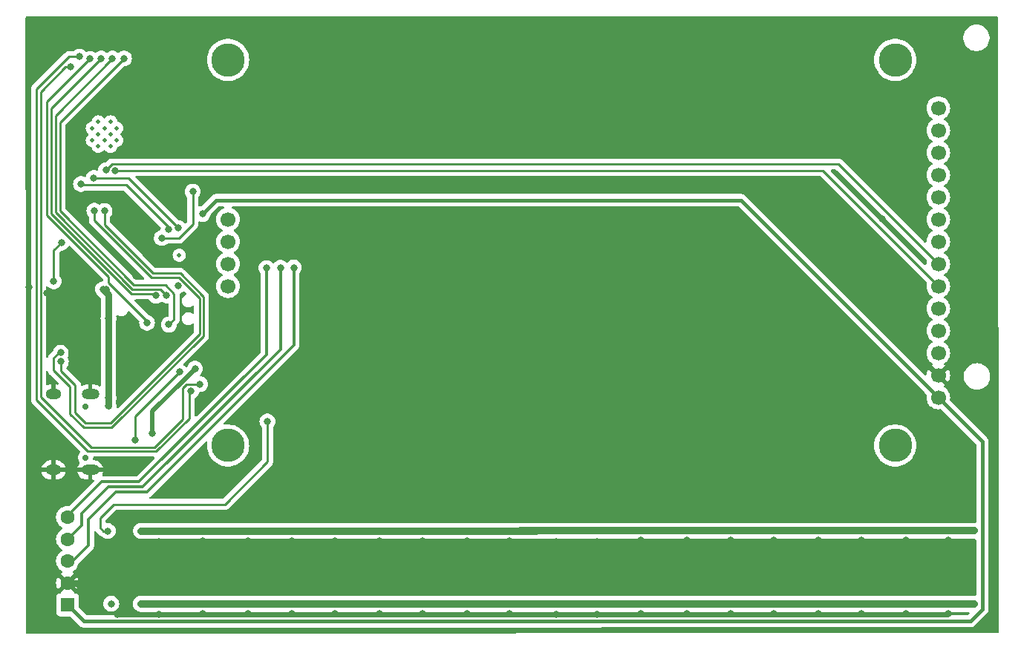
<source format=gbr>
%TF.GenerationSoftware,KiCad,Pcbnew,8.0.6*%
%TF.CreationDate,2024-10-31T13:08:30-07:00*%
%TF.ProjectId,veramonitor,76657261-6d6f-46e6-9974-6f722e6b6963,rev?*%
%TF.SameCoordinates,Original*%
%TF.FileFunction,Copper,L2,Bot*%
%TF.FilePolarity,Positive*%
%FSLAX46Y46*%
G04 Gerber Fmt 4.6, Leading zero omitted, Abs format (unit mm)*
G04 Created by KiCad (PCBNEW 8.0.6) date 2024-10-31 13:08:30*
%MOMM*%
%LPD*%
G01*
G04 APERTURE LIST*
%TA.AperFunction,ComponentPad*%
%ADD10R,1.600000X1.600000*%
%TD*%
%TA.AperFunction,ComponentPad*%
%ADD11C,1.600000*%
%TD*%
%TA.AperFunction,ComponentPad*%
%ADD12C,3.800000*%
%TD*%
%TA.AperFunction,ComponentPad*%
%ADD13C,1.700000*%
%TD*%
%TA.AperFunction,ComponentPad*%
%ADD14C,0.500000*%
%TD*%
%TA.AperFunction,ComponentPad*%
%ADD15C,0.700000*%
%TD*%
%TA.AperFunction,ComponentPad*%
%ADD16O,2.000000X1.200000*%
%TD*%
%TA.AperFunction,ComponentPad*%
%ADD17O,1.800000X1.200000*%
%TD*%
%TA.AperFunction,ViaPad*%
%ADD18C,0.800000*%
%TD*%
%TA.AperFunction,Conductor*%
%ADD19C,0.250000*%
%TD*%
%TA.AperFunction,Conductor*%
%ADD20C,0.304800*%
%TD*%
%TA.AperFunction,Conductor*%
%ADD21C,0.609600*%
%TD*%
%TA.AperFunction,Conductor*%
%ADD22C,0.762000*%
%TD*%
%TA.AperFunction,Conductor*%
%ADD23C,0.406400*%
%TD*%
%TA.AperFunction,Conductor*%
%ADD24C,0.400000*%
%TD*%
%TA.AperFunction,Conductor*%
%ADD25C,0.850000*%
%TD*%
%TA.AperFunction,Conductor*%
%ADD26C,0.820000*%
%TD*%
%TA.AperFunction,Conductor*%
%ADD27C,0.508000*%
%TD*%
%TA.AperFunction,Conductor*%
%ADD28C,0.254000*%
%TD*%
G04 APERTURE END LIST*
D10*
%TO.P,U11,1*%
%TO.N,vcc-1*%
X45130000Y-134030000D03*
D11*
%TO.P,U11,2*%
%TO.N,gnd*%
X45130000Y-131530000D03*
%TO.P,U11,3*%
%TO.N,p3*%
X45130000Y-129030000D03*
%TO.P,U11,4*%
%TO.N,p4*%
X45130000Y-126530000D03*
%TO.P,U11,5*%
%TO.N,p5*%
X45130000Y-124030000D03*
%TD*%
D12*
%TO.P,U7,0*%
%TO.N,_0*%
X63435000Y-71850000D03*
X63435000Y-115850000D03*
X139505000Y-71850000D03*
X139505000Y-115850000D03*
D13*
%TO.P,U7,1*%
%TO.N,vcc-1*%
X144415000Y-110360000D03*
%TO.P,U7,2*%
%TO.N,gnd*%
X144415000Y-107820000D03*
%TO.P,U7,3*%
%TO.N,cs*%
X144415000Y-105280000D03*
%TO.P,U7,4*%
%TO.N,rst*%
X144415000Y-102740000D03*
%TO.P,U7,5*%
%TO.N,a0*%
X144415000Y-100200000D03*
%TO.P,U7,6*%
%TO.N,sda*%
X144415000Y-97660000D03*
%TO.P,U7,7*%
%TO.N,scl*%
X144415000Y-95120000D03*
%TO.P,U7,8*%
%TO.N,led*%
X144415000Y-92580000D03*
%TO.P,U7,9*%
%TO.N,lcd-nc*%
X144415000Y-90040000D03*
%TO.P,U7,10*%
X144415000Y-87500000D03*
%TO.P,U7,11*%
X144415000Y-84960000D03*
%TO.P,U7,12*%
X144415000Y-82420000D03*
%TO.P,U7,13*%
X144415000Y-79880000D03*
%TO.P,U7,14*%
X144415000Y-77340000D03*
%TO.P,U7,15*%
%TO.N,zk_minus_cs*%
X63435000Y-97660000D03*
%TO.P,U7,16*%
%TO.N,zk_minus_mosi*%
X63435000Y-95120000D03*
%TO.P,U7,17*%
%TO.N,zk_minus_miso*%
X63435000Y-92580000D03*
%TO.P,U7,18*%
%TO.N,zk_minus_sck*%
X63435000Y-90040000D03*
%TD*%
D14*
%TO.P,U3,*%
%TO.N,*%
X57870000Y-94125000D03*
%TD*%
%TO.P,U5,*%
%TO.N,*%
X48650000Y-81725000D03*
X50050000Y-81725000D03*
X47950000Y-81025000D03*
X49350000Y-81025000D03*
X50750000Y-81025000D03*
X48650000Y-80325000D03*
X50050000Y-80325000D03*
X47950000Y-79625000D03*
X49350000Y-79625000D03*
X50750000Y-79625000D03*
X48650000Y-78925000D03*
X50050000Y-78925000D03*
%TD*%
D15*
%TO.P,U2,*%
%TO.N,*%
X47185000Y-111435000D03*
X47185000Y-117215000D03*
D16*
%TO.P,U2,1*%
%TO.N,gnd*%
X47725000Y-110005000D03*
%TO.P,U2,2*%
X47725000Y-118645000D03*
D17*
%TO.P,U2,3*%
X43535000Y-110005000D03*
%TO.P,U2,4*%
X43535000Y-118645000D03*
%TD*%
D18*
%TO.N,led_data*%
X49715000Y-125595000D03*
X67930000Y-113090000D03*
%TO.N,*%
X57720000Y-97620000D03*
%TO.N,gnd*%
X135620000Y-126690000D03*
X130720000Y-126690000D03*
X125620000Y-135015000D03*
X130720000Y-135015000D03*
X90220000Y-132615000D03*
X85220000Y-132615000D03*
X105220000Y-124290000D03*
X60520000Y-135015000D03*
X137980000Y-90000000D03*
X52960000Y-96480000D03*
X50825000Y-126795000D03*
X65720000Y-135015000D03*
X125220000Y-124290000D03*
X120720000Y-135015000D03*
X90225000Y-124295000D03*
X65220000Y-132615000D03*
X115220000Y-124290000D03*
X105220000Y-132615000D03*
X95225000Y-124295000D03*
X110520000Y-126690000D03*
X135220000Y-132615000D03*
X55520000Y-135115000D03*
X140720000Y-135015000D03*
X105520000Y-135115000D03*
X90720000Y-135015000D03*
X55225000Y-124295000D03*
X65860000Y-86200000D03*
X115220000Y-132615000D03*
X42050000Y-68570000D03*
X51960000Y-105540000D03*
X53950000Y-75980000D03*
X55880000Y-94380000D03*
X73760000Y-101770000D03*
X44290000Y-103620000D03*
X50160000Y-117720000D03*
X48030000Y-105910000D03*
X85225000Y-124295000D03*
X135220000Y-124290000D03*
X57110000Y-85890000D03*
X110520000Y-135015000D03*
X100220000Y-132615000D03*
X62250000Y-130090000D03*
X85620000Y-135015000D03*
X115720000Y-126690000D03*
X80225000Y-124295000D03*
X110220000Y-132615000D03*
X65225000Y-124295000D03*
X55525000Y-126795000D03*
X130220000Y-132615000D03*
X105520000Y-126790000D03*
X60225000Y-124295000D03*
X145220000Y-132615000D03*
X95525000Y-126695000D03*
X145220000Y-124290000D03*
X42590000Y-122650000D03*
X75620000Y-135015000D03*
X80725000Y-126695000D03*
X80720000Y-135015000D03*
X65725000Y-126695000D03*
X95520000Y-135015000D03*
X44730000Y-98600000D03*
X90725000Y-126695000D03*
X95220000Y-132615000D03*
X125620000Y-126690000D03*
X85625000Y-126695000D03*
X75225000Y-124295000D03*
X70225000Y-124295000D03*
X75220000Y-132615000D03*
X142160000Y-130320000D03*
X87010000Y-130160000D03*
X100820000Y-126790000D03*
X61020000Y-96610000D03*
X53300000Y-90270000D03*
X42800000Y-98490000D03*
X135620000Y-135015000D03*
X130220000Y-124290000D03*
X42000000Y-72700000D03*
X140220000Y-132615000D03*
X51050000Y-117700000D03*
X58390000Y-103440000D03*
X60220000Y-132615000D03*
X141930000Y-121430000D03*
X86930000Y-121240000D03*
X145520000Y-135015000D03*
X125220000Y-132615000D03*
X110220000Y-124290000D03*
X60525000Y-126695000D03*
X70720000Y-135015000D03*
X50220000Y-132615000D03*
X50225000Y-124295000D03*
X138420000Y-98170000D03*
X140720000Y-126690000D03*
X56890000Y-121190000D03*
X58930000Y-121150000D03*
X70725000Y-126695000D03*
X62020000Y-79520000D03*
X118760000Y-70280000D03*
X100820000Y-135115000D03*
X120220000Y-132615000D03*
X52060000Y-107370000D03*
X145520000Y-126690000D03*
X43030000Y-115010000D03*
X46620000Y-101180000D03*
X55220000Y-132615000D03*
X75625000Y-126695000D03*
X115720000Y-135015000D03*
X120220000Y-124290000D03*
X120720000Y-126690000D03*
X80220000Y-132615000D03*
X140220000Y-124290000D03*
X123990000Y-70730000D03*
X43040000Y-115930000D03*
X70220000Y-132615000D03*
X73730000Y-104110000D03*
X40760000Y-97820000D03*
X50820000Y-135115000D03*
X100220000Y-124290000D03*
%TO.N,sda*%
X44360000Y-105270000D03*
X49350000Y-89080000D03*
X50590000Y-84450000D03*
%TO.N,pdm_clk*%
X57770000Y-91040000D03*
X48125000Y-85315000D03*
%TO.N,tms*%
X54200000Y-101850000D03*
X47675000Y-71725000D03*
%TO.N,pdm_sel*%
X59407500Y-86877500D03*
X55880000Y-92170000D03*
%TO.N,vcc-1*%
X60520000Y-89430000D03*
%TO.N,scl*%
X49530000Y-84430000D03*
X44375751Y-106284799D03*
X48190000Y-89060000D03*
%TO.N,tdi*%
X48975000Y-71700000D03*
X55225000Y-98750000D03*
%TO.N,tdo*%
X50250000Y-71700000D03*
X56410000Y-98720000D03*
%TO.N,pdm_data*%
X46667347Y-86007347D03*
X56664847Y-91145153D03*
%TO.N,en*%
X44425000Y-92695000D03*
X43570000Y-97100000D03*
%TO.N,tck*%
X51575000Y-71675000D03*
X56690000Y-102050000D03*
%TO.N,vcc*%
X54790000Y-114445002D03*
X49525000Y-98000000D03*
X83520000Y-133915000D03*
X98520000Y-133915000D03*
X108520000Y-125590000D03*
X148520000Y-125590000D03*
X58525000Y-125595000D03*
X103520000Y-125590000D03*
X123520000Y-133915000D03*
X73520000Y-133915000D03*
X88520000Y-133915000D03*
X128520000Y-133915000D03*
X93525000Y-125595000D03*
X53520000Y-133915000D03*
X63520000Y-133915000D03*
X128520000Y-125590000D03*
X98525000Y-125595000D03*
X118520000Y-133915000D03*
X143520000Y-133915000D03*
X49800000Y-111350000D03*
X68525000Y-125595000D03*
X113520000Y-125590000D03*
X148520000Y-133915000D03*
X78525000Y-125595000D03*
X93520000Y-133915000D03*
X58520000Y-133915000D03*
X103520000Y-133915000D03*
X118520000Y-125590000D03*
X88525000Y-125595000D03*
X123520000Y-125590000D03*
X138520000Y-125590000D03*
X108520000Y-133915000D03*
X49175000Y-98015000D03*
X78520000Y-133915000D03*
X113520000Y-133915000D03*
X49800000Y-101350000D03*
X63525000Y-125595000D03*
X83525000Y-125595000D03*
X53525000Y-125595000D03*
X59660000Y-107090000D03*
X133520000Y-133915000D03*
X138520000Y-133915000D03*
X143520000Y-125590000D03*
X133520000Y-125590000D03*
X49800000Y-110430000D03*
X73525000Y-125595000D03*
X68520000Y-133915000D03*
%TO.N,ledrow2-dout*%
X50120000Y-133890000D03*
%TO.N,vdd*%
X52825000Y-115225000D03*
X57925000Y-107450000D03*
%TO.N,rx*%
X59210000Y-109660000D03*
X46500000Y-71480000D03*
%TO.N,tx*%
X60240000Y-108850000D03*
X45510000Y-72670000D03*
%TO.N,p5*%
X67820000Y-95590000D03*
%TO.N,p3*%
X70920000Y-95540000D03*
%TO.N,p4*%
X69410000Y-95580000D03*
%TD*%
D19*
%TO.N,led_data*%
X49715000Y-125595000D02*
X49215000Y-125595000D01*
X48850000Y-125230000D02*
X48850000Y-124110000D01*
X49215000Y-125595000D02*
X48850000Y-125230000D01*
X50400000Y-122560000D02*
X63080000Y-122560000D01*
X48850000Y-124110000D02*
X50400000Y-122560000D01*
X63080000Y-122560000D02*
X67930000Y-117710000D01*
X67930000Y-117710000D02*
X67930000Y-113090000D01*
D20*
%TO.N,p3*%
X45130000Y-129030000D02*
X45740000Y-129030000D01*
X45740000Y-129030000D02*
X47510000Y-127260000D01*
X47510000Y-127260000D02*
X47510000Y-124250000D01*
X47510000Y-124250000D02*
X50640000Y-121120000D01*
X50640000Y-121120000D02*
X54190000Y-121120000D01*
X54190000Y-121120000D02*
X70920000Y-104390000D01*
X70920000Y-104390000D02*
X70920000Y-95540000D01*
%TO.N,p4*%
X69410000Y-95580000D02*
X69410000Y-104890000D01*
X69410000Y-104890000D02*
X53730000Y-120570000D01*
X46750000Y-123600000D02*
X46750000Y-124920000D01*
X53730000Y-120570000D02*
X49780000Y-120570000D01*
X49780000Y-120570000D02*
X46750000Y-123600000D01*
X46750000Y-124920000D02*
X45140000Y-126530000D01*
X45140000Y-126530000D02*
X45130000Y-126530000D01*
%TO.N,p5*%
X45130000Y-124030000D02*
X45130000Y-123870000D01*
X67820000Y-105470000D02*
X67820000Y-95590000D01*
X45130000Y-123870000D02*
X49000000Y-120000000D01*
X53290000Y-120000000D02*
X67820000Y-105470000D01*
X49000000Y-120000000D02*
X53290000Y-120000000D01*
D21*
%TO.N,gnd*%
X94070000Y-126795000D02*
X91625000Y-126795000D01*
D22*
X87325000Y-124295000D02*
X85225000Y-124295000D01*
X137320000Y-124290000D02*
X115220000Y-124290000D01*
X46270000Y-131530000D02*
X45130000Y-131530000D01*
D21*
X93995000Y-135115000D02*
X91620000Y-135115000D01*
X104045000Y-135115000D02*
X93995000Y-135115000D01*
X135720000Y-126790000D02*
X135620000Y-126690000D01*
D22*
X93720000Y-132615000D02*
X87320000Y-132615000D01*
X52100000Y-132615000D02*
X47355000Y-132615000D01*
X87320000Y-132615000D02*
X85220000Y-132615000D01*
X93720000Y-132615000D02*
X90220000Y-132615000D01*
D21*
X139820000Y-126790000D02*
X131620000Y-126790000D01*
X81625000Y-126795000D02*
X80825000Y-126795000D01*
X80825000Y-126795000D02*
X80725000Y-126695000D01*
X139820000Y-135115000D02*
X131620000Y-135115000D01*
X145420000Y-135115000D02*
X141620000Y-135115000D01*
D22*
X103620000Y-132615000D02*
X100220000Y-132615000D01*
D21*
X91625000Y-126795000D02*
X90825000Y-126795000D01*
D22*
X103995000Y-124290000D02*
X101745000Y-124290000D01*
X93725000Y-124295000D02*
X87325000Y-124295000D01*
D21*
X91620000Y-135115000D02*
X89820000Y-135115000D01*
X89820000Y-135115000D02*
X85720000Y-135115000D01*
D22*
X101740000Y-124295000D02*
X101745000Y-124290000D01*
D21*
X139820000Y-135115000D02*
X135720000Y-135115000D01*
D22*
X101745000Y-124290000D02*
X100220000Y-124290000D01*
D21*
X131620000Y-135115000D02*
X104045000Y-135115000D01*
X85720000Y-135115000D02*
X85620000Y-135015000D01*
D22*
X103620000Y-132615000D02*
X93720000Y-132615000D01*
D21*
X139820000Y-126790000D02*
X135720000Y-126790000D01*
X145520000Y-126690000D02*
X145420000Y-126790000D01*
X135720000Y-135115000D02*
X135620000Y-135015000D01*
X95520000Y-135015000D02*
X95420000Y-135115000D01*
X94075000Y-126790000D02*
X94070000Y-126795000D01*
D22*
X143720000Y-132615000D02*
X103620000Y-132615000D01*
D21*
X141620000Y-135115000D02*
X139820000Y-135115000D01*
X80820000Y-135115000D02*
X80720000Y-135015000D01*
X131620000Y-126790000D02*
X130820000Y-126790000D01*
X103545000Y-126790000D02*
X94075000Y-126790000D01*
D22*
X143720000Y-124290000D02*
X103995000Y-124290000D01*
D21*
X104045000Y-135115000D02*
X100820000Y-135115000D01*
D22*
X95220000Y-132615000D02*
X93720000Y-132615000D01*
D21*
X85725000Y-126795000D02*
X85625000Y-126695000D01*
X130820000Y-135115000D02*
X130720000Y-135015000D01*
D22*
X94320000Y-124295000D02*
X93725000Y-124295000D01*
D21*
X141620000Y-126790000D02*
X140820000Y-126790000D01*
D22*
X93720000Y-132615000D02*
X52100000Y-132615000D01*
X137320000Y-132615000D02*
X135220000Y-132615000D01*
X145220000Y-132615000D02*
X143720000Y-132615000D01*
D21*
X131620000Y-126790000D02*
X103545000Y-126790000D01*
X131620000Y-135115000D02*
X130820000Y-135115000D01*
D22*
X87320000Y-132615000D02*
X65220000Y-132615000D01*
D21*
X95525000Y-126695000D02*
X95425000Y-126795000D01*
X130820000Y-126790000D02*
X130720000Y-126690000D01*
X145520000Y-135015000D02*
X145420000Y-135115000D01*
D22*
X95225000Y-124295000D02*
X94320000Y-124295000D01*
X47355000Y-132615000D02*
X46270000Y-131530000D01*
D21*
X140820000Y-126790000D02*
X140720000Y-126690000D01*
X89825000Y-126795000D02*
X81625000Y-126795000D01*
X89820000Y-135115000D02*
X81620000Y-135115000D01*
X91620000Y-135115000D02*
X90820000Y-135115000D01*
D22*
X93725000Y-124295000D02*
X90225000Y-124295000D01*
X143720000Y-132615000D02*
X140220000Y-132615000D01*
X93730000Y-124290000D02*
X93725000Y-124295000D01*
D21*
X95420000Y-135115000D02*
X93995000Y-135115000D01*
D22*
X145220000Y-124290000D02*
X143720000Y-124290000D01*
D21*
X103545000Y-126790000D02*
X100820000Y-126790000D01*
X81620000Y-135115000D02*
X80820000Y-135115000D01*
X81620000Y-135115000D02*
X50820000Y-135115000D01*
X90825000Y-126795000D02*
X90725000Y-126695000D01*
D22*
X52100000Y-132615000D02*
X50220000Y-132615000D01*
X143720000Y-124290000D02*
X140220000Y-124290000D01*
D21*
X145420000Y-126790000D02*
X141620000Y-126790000D01*
X141620000Y-126790000D02*
X139820000Y-126790000D01*
X89825000Y-126795000D02*
X85725000Y-126795000D01*
D22*
X143720000Y-132615000D02*
X137320000Y-132615000D01*
X143720000Y-124290000D02*
X137320000Y-124290000D01*
D21*
X90820000Y-135115000D02*
X90720000Y-135015000D01*
D22*
X103995000Y-124290000D02*
X93730000Y-124290000D01*
X137320000Y-124290000D02*
X135220000Y-124290000D01*
D21*
X140820000Y-135115000D02*
X140720000Y-135015000D01*
X81625000Y-126795000D02*
X50825000Y-126795000D01*
D22*
X93725000Y-124295000D02*
X50225000Y-124295000D01*
D21*
X141620000Y-135115000D02*
X140820000Y-135115000D01*
D22*
X87325000Y-124295000D02*
X65225000Y-124295000D01*
D21*
X95425000Y-126795000D02*
X94070000Y-126795000D01*
D22*
X137320000Y-132615000D02*
X115220000Y-132615000D01*
D21*
X91625000Y-126795000D02*
X89825000Y-126795000D01*
D19*
%TO.N,sda*%
X45420000Y-109150000D02*
X45420000Y-112230000D01*
X54910000Y-96210000D02*
X49350000Y-90650000D01*
X43530000Y-107260000D02*
X45420000Y-109150000D01*
X50590000Y-84450000D02*
X131205000Y-84450000D01*
X49350000Y-90650000D02*
X49350000Y-89080000D01*
X60630000Y-103340000D02*
X60630000Y-98853604D01*
X43530000Y-105880000D02*
X43530000Y-107260000D01*
X45420000Y-112230000D02*
X47010000Y-113820000D01*
X44140000Y-105270000D02*
X43530000Y-105880000D01*
X60630000Y-98853604D02*
X57986396Y-96210000D01*
X50150000Y-113820000D02*
X60630000Y-103340000D01*
X44360000Y-105270000D02*
X44140000Y-105270000D01*
X57986396Y-96210000D02*
X54910000Y-96210000D01*
X47010000Y-113820000D02*
X50150000Y-113820000D01*
X131205000Y-84450000D02*
X144415000Y-97660000D01*
%TO.N,pdm_clk*%
X51055000Y-85325000D02*
X51045000Y-85315000D01*
X50445000Y-85315000D02*
X48125000Y-85315000D01*
X52045000Y-85315000D02*
X50445000Y-85315000D01*
X51870000Y-85325000D02*
X51055000Y-85325000D01*
X52245000Y-85515000D02*
X57770000Y-91040000D01*
X52245000Y-85515000D02*
X52045000Y-85315000D01*
X51045000Y-85315000D02*
X52045000Y-85315000D01*
X51045000Y-85315000D02*
X50445000Y-85315000D01*
%TO.N,tms*%
X54200000Y-101850000D02*
X54200000Y-101649695D01*
X54200000Y-101649695D02*
X49825305Y-97275000D01*
X47675000Y-71800000D02*
X47675000Y-71725000D01*
X49825305Y-97275000D02*
X49825305Y-96598097D01*
X42800000Y-76600000D02*
X47675000Y-71725000D01*
X49825305Y-96598097D02*
X42800000Y-89572792D01*
X42800000Y-89572792D02*
X42800000Y-76600000D01*
%TO.N,pdm_sel*%
X55880000Y-92170000D02*
X57840000Y-92170000D01*
X57840000Y-92170000D02*
X59420000Y-90590000D01*
X59420000Y-90590000D02*
X59420000Y-86890000D01*
X59420000Y-86890000D02*
X59407500Y-86877500D01*
D23*
%TO.N,vcc-1*%
X105852697Y-135918200D02*
X105880897Y-135890000D01*
X105880897Y-135890000D02*
X148090000Y-135890000D01*
X45130000Y-134030000D02*
X47018200Y-135918200D01*
X149440000Y-115385000D02*
X144415000Y-110360000D01*
X148090000Y-135890000D02*
X149440000Y-134540000D01*
D24*
X60520000Y-89430000D02*
X62100000Y-87850000D01*
X121905000Y-87850000D02*
X144415000Y-110360000D01*
X62100000Y-87850000D02*
X121905000Y-87850000D01*
D23*
X149440000Y-134540000D02*
X149440000Y-115385000D01*
X47018200Y-135918200D02*
X105852697Y-135918200D01*
D19*
%TO.N,scl*%
X60180000Y-99040000D02*
X60180000Y-103153604D01*
X133020000Y-83725000D02*
X144415000Y-95120000D01*
X46020000Y-108950000D02*
X44375751Y-107305751D01*
X57800000Y-96660000D02*
X60180000Y-99040000D01*
X60180000Y-103153604D02*
X50043604Y-113290000D01*
X50235000Y-83725000D02*
X133020000Y-83725000D01*
X48190000Y-90126396D02*
X54723604Y-96660000D01*
X46020000Y-112130000D02*
X46020000Y-108950000D01*
X54723604Y-96660000D02*
X57800000Y-96660000D01*
X48190000Y-89060000D02*
X48190000Y-90126396D01*
X47180000Y-113290000D02*
X46020000Y-112130000D01*
X50043604Y-113290000D02*
X47180000Y-113290000D01*
X49530000Y-84430000D02*
X50235000Y-83725000D01*
X44375751Y-107305751D02*
X44375751Y-106284799D01*
%TO.N,tdi*%
X52413604Y-98550000D02*
X43260000Y-89396396D01*
X48975000Y-71800000D02*
X48975000Y-71700000D01*
X55225000Y-98750000D02*
X55025000Y-98550000D01*
X55025000Y-98550000D02*
X52413604Y-98550000D01*
X43260000Y-89396396D02*
X43260000Y-77415000D01*
X43260000Y-77415000D02*
X48975000Y-71700000D01*
%TO.N,tdo*%
X56410000Y-98720000D02*
X55690000Y-98000000D01*
X52500000Y-98000000D02*
X43760000Y-89260000D01*
X50250000Y-71720000D02*
X50250000Y-71700000D01*
X43760000Y-89260000D02*
X43760000Y-78210000D01*
X55690000Y-98000000D02*
X52500000Y-98000000D01*
X43760000Y-78210000D02*
X50250000Y-71720000D01*
%TO.N,pdm_data*%
X46667347Y-86007347D02*
X46775000Y-86115000D01*
X56664847Y-90959847D02*
X51830000Y-86125000D01*
X51830000Y-86125000D02*
X51570000Y-86125000D01*
X56664847Y-91145153D02*
X56664847Y-90959847D01*
X46775000Y-86115000D02*
X51670000Y-86115000D01*
%TO.N,en*%
X43570000Y-93550000D02*
X43570000Y-97100000D01*
X44425000Y-92695000D02*
X43570000Y-93550000D01*
X44425000Y-92695000D02*
X44460000Y-92660000D01*
%TO.N,tck*%
X51565000Y-71675000D02*
X51575000Y-71675000D01*
X44280000Y-78960000D02*
X51565000Y-71675000D01*
X57270000Y-101470000D02*
X57270000Y-98500000D01*
X44280000Y-89100000D02*
X44280000Y-78960000D01*
X56690000Y-102050000D02*
X57270000Y-101470000D01*
X56290000Y-97520000D02*
X52700000Y-97520000D01*
X57270000Y-98500000D02*
X56290000Y-97520000D01*
X52700000Y-97520000D02*
X44280000Y-89100000D01*
D25*
%TO.N,vcc*%
X53525000Y-125595000D02*
X55825000Y-125595000D01*
X82920000Y-133915000D02*
X88020000Y-133915000D01*
X67525000Y-125595000D02*
X72725000Y-125595000D01*
X132920000Y-125590000D02*
X138020000Y-125590000D01*
D26*
X88020000Y-133915000D02*
X88520000Y-133915000D01*
D25*
X96770000Y-125595000D02*
X98525000Y-125595000D01*
X132920000Y-133915000D02*
X138020000Y-133915000D01*
X104770000Y-125590000D02*
X105820000Y-125590000D01*
D26*
X122720000Y-125590000D02*
X123520000Y-125590000D01*
D25*
X53520000Y-133915000D02*
X55820000Y-133915000D01*
D26*
X142620000Y-125590000D02*
X143520000Y-125590000D01*
D25*
X78025000Y-125595000D02*
X82925000Y-125595000D01*
X128020000Y-133915000D02*
X132920000Y-133915000D01*
X78020000Y-133915000D02*
X82920000Y-133915000D01*
D26*
X138020000Y-125590000D02*
X138520000Y-125590000D01*
D25*
X92625000Y-125595000D02*
X96770000Y-125595000D01*
D26*
X132920000Y-125590000D02*
X133520000Y-125590000D01*
D27*
X54790000Y-111955865D02*
X58474865Y-108271000D01*
D26*
X55820000Y-133915000D02*
X58520000Y-133915000D01*
D25*
X96870000Y-133915000D02*
X98520000Y-133915000D01*
X105820000Y-125590000D02*
X111420000Y-125590000D01*
X117520000Y-125590000D02*
X122720000Y-125590000D01*
D27*
X58474865Y-108271000D02*
X58479000Y-108271000D01*
D25*
X92620000Y-133915000D02*
X96870000Y-133915000D01*
D27*
X54790000Y-114445002D02*
X54790000Y-111955865D01*
D26*
X82920000Y-133915000D02*
X83520000Y-133915000D01*
X105820000Y-125590000D02*
X108520000Y-125590000D01*
X128020000Y-125590000D02*
X128520000Y-125590000D01*
D25*
X61420000Y-133915000D02*
X68520000Y-133915000D01*
D22*
X49800000Y-110430000D02*
X49800000Y-110725000D01*
D26*
X72720000Y-133915000D02*
X73520000Y-133915000D01*
X92620000Y-133915000D02*
X93520000Y-133915000D01*
D25*
X138020000Y-133915000D02*
X142620000Y-133915000D01*
X138020000Y-125590000D02*
X142620000Y-125590000D01*
X72720000Y-133915000D02*
X78020000Y-133915000D01*
D26*
X61420000Y-133915000D02*
X63520000Y-133915000D01*
D25*
X88020000Y-133915000D02*
X92620000Y-133915000D01*
X117520000Y-133915000D02*
X122720000Y-133915000D01*
D22*
X49800000Y-101350000D02*
X49800000Y-110430000D01*
D25*
X67520000Y-133915000D02*
X72720000Y-133915000D01*
D26*
X128020000Y-133915000D02*
X128520000Y-133915000D01*
D25*
X72725000Y-125595000D02*
X78025000Y-125595000D01*
X88025000Y-125595000D02*
X92625000Y-125595000D01*
D26*
X72725000Y-125595000D02*
X73525000Y-125595000D01*
D25*
X96775000Y-125590000D02*
X96770000Y-125595000D01*
X111420000Y-125590000D02*
X118520000Y-125590000D01*
D26*
X142620000Y-133915000D02*
X143520000Y-133915000D01*
X88025000Y-125595000D02*
X88525000Y-125595000D01*
D27*
X58479000Y-108271000D02*
X59660000Y-107090000D01*
D26*
X111420000Y-125590000D02*
X113520000Y-125590000D01*
D22*
X49800000Y-98640000D02*
X49800000Y-101350000D01*
D26*
X55825000Y-125595000D02*
X58525000Y-125595000D01*
D25*
X103520000Y-133915000D02*
X105120000Y-133915000D01*
X142620000Y-125590000D02*
X148520000Y-125590000D01*
D26*
X111420000Y-133915000D02*
X113520000Y-133915000D01*
D22*
X49190000Y-98000000D02*
X49175000Y-98015000D01*
D26*
X82925000Y-125595000D02*
X83525000Y-125595000D01*
D25*
X142620000Y-133915000D02*
X148520000Y-133915000D01*
X103520000Y-125590000D02*
X104770000Y-125590000D01*
D26*
X78025000Y-125595000D02*
X78525000Y-125595000D01*
D25*
X122720000Y-125590000D02*
X128020000Y-125590000D01*
D26*
X122720000Y-133915000D02*
X123520000Y-133915000D01*
D22*
X49800000Y-110725000D02*
X49800000Y-111350000D01*
D25*
X61425000Y-125595000D02*
X68525000Y-125595000D01*
X55825000Y-125595000D02*
X61425000Y-125595000D01*
D22*
X49525000Y-98000000D02*
X49190000Y-98000000D01*
D25*
X105120000Y-133915000D02*
X105820000Y-133915000D01*
X105820000Y-133915000D02*
X111420000Y-133915000D01*
D26*
X92625000Y-125595000D02*
X93525000Y-125595000D01*
X78020000Y-133915000D02*
X78520000Y-133915000D01*
X61425000Y-125595000D02*
X63525000Y-125595000D01*
D25*
X82925000Y-125595000D02*
X88025000Y-125595000D01*
D26*
X132920000Y-133915000D02*
X133520000Y-133915000D01*
X105820000Y-133915000D02*
X108520000Y-133915000D01*
D25*
X96870000Y-133915000D02*
X105120000Y-133915000D01*
X96775000Y-125590000D02*
X104770000Y-125590000D01*
D22*
X49175000Y-98015000D02*
X49800000Y-98640000D01*
D25*
X111420000Y-133915000D02*
X118520000Y-133915000D01*
D26*
X138020000Y-133915000D02*
X138520000Y-133915000D01*
D25*
X122720000Y-133915000D02*
X128020000Y-133915000D01*
X55820000Y-133915000D02*
X61420000Y-133915000D01*
X128020000Y-125590000D02*
X132920000Y-125590000D01*
D28*
%TO.N,vdd*%
X57925000Y-107450000D02*
X52825000Y-112550000D01*
X52825000Y-112550000D02*
X52825000Y-115225000D01*
D19*
%TO.N,rx*%
X59010000Y-112730000D02*
X55250000Y-116490000D01*
X59010000Y-109860000D02*
X59010000Y-112730000D01*
X59210000Y-109660000D02*
X59010000Y-109860000D01*
X41600000Y-75163604D02*
X45283604Y-71480000D01*
X41600000Y-110650000D02*
X41600000Y-75163604D01*
X45283604Y-71480000D02*
X46500000Y-71480000D01*
X55250000Y-116490000D02*
X47440000Y-116490000D01*
X47440000Y-116490000D02*
X41600000Y-110650000D01*
%TO.N,tx*%
X42050000Y-110270000D02*
X42050000Y-75520000D01*
X60240000Y-108850000D02*
X58714695Y-108850000D01*
X58230000Y-112873604D02*
X55073604Y-116030000D01*
X42050000Y-75520000D02*
X44900000Y-72670000D01*
X55073604Y-116030000D02*
X47810000Y-116030000D01*
X47810000Y-116030000D02*
X42050000Y-110270000D01*
X44900000Y-72670000D02*
X45510000Y-72670000D01*
X58230000Y-109334695D02*
X58230000Y-112873604D01*
X58714695Y-108850000D02*
X58230000Y-109334695D01*
%TD*%
%TA.AperFunction,Conductor*%
%TO.N,gnd*%
G36*
X55018836Y-117135185D02*
G01*
X55064591Y-117187989D01*
X55074535Y-117257147D01*
X55045510Y-117320703D01*
X55039478Y-117327181D01*
X53055878Y-119310781D01*
X52994555Y-119344266D01*
X52968197Y-119347100D01*
X49204170Y-119347100D01*
X49137131Y-119327415D01*
X49091376Y-119274611D01*
X49081432Y-119205453D01*
X49093686Y-119166804D01*
X49144408Y-119067257D01*
X49197914Y-118902584D01*
X49199115Y-118895000D01*
X48469978Y-118895000D01*
X48505066Y-118859912D01*
X48551146Y-118780099D01*
X48574999Y-118691080D01*
X48574999Y-118598920D01*
X48551146Y-118509901D01*
X48505066Y-118430088D01*
X48469978Y-118395000D01*
X49199115Y-118395000D01*
X49199115Y-118394999D01*
X49197914Y-118387415D01*
X49144408Y-118222744D01*
X49065804Y-118068475D01*
X48964032Y-117928397D01*
X48841602Y-117805967D01*
X48701524Y-117704195D01*
X48547257Y-117625591D01*
X48382584Y-117572085D01*
X48211571Y-117545000D01*
X48142274Y-117545000D01*
X48075235Y-117525315D01*
X48029480Y-117472511D01*
X48019536Y-117403353D01*
X48020982Y-117395226D01*
X48021495Y-117392808D01*
X48021497Y-117392803D01*
X48026171Y-117348322D01*
X48027875Y-117337098D01*
X48031137Y-117320703D01*
X48035500Y-117298767D01*
X48035500Y-117266075D01*
X48036179Y-117253114D01*
X48038972Y-117226539D01*
X48065556Y-117161924D01*
X48122853Y-117121939D01*
X48162293Y-117115500D01*
X54951797Y-117115500D01*
X55018836Y-117135185D01*
G37*
%TD.AperFunction*%
%TA.AperFunction,Conductor*%
G36*
X58473165Y-98237633D02*
G01*
X58523653Y-98268243D01*
X58694693Y-98439283D01*
X58728178Y-98500606D01*
X58723194Y-98570298D01*
X58681322Y-98626231D01*
X58654466Y-98641525D01*
X58551730Y-98684080D01*
X58551724Y-98684083D01*
X58429580Y-98765698D01*
X58429576Y-98765701D01*
X58325701Y-98869576D01*
X58325698Y-98869580D01*
X58244083Y-98991724D01*
X58244078Y-98991733D01*
X58187861Y-99127455D01*
X58187858Y-99127465D01*
X58159200Y-99271540D01*
X58159200Y-99418459D01*
X58187858Y-99562534D01*
X58187861Y-99562544D01*
X58244078Y-99698266D01*
X58244083Y-99698275D01*
X58325698Y-99820419D01*
X58325701Y-99820423D01*
X58429576Y-99924298D01*
X58429580Y-99924301D01*
X58551724Y-100005916D01*
X58551730Y-100005919D01*
X58551731Y-100005920D01*
X58687458Y-100062140D01*
X58831540Y-100090799D01*
X58831544Y-100090800D01*
X58831545Y-100090800D01*
X58978456Y-100090800D01*
X58978457Y-100090799D01*
X59122542Y-100062140D01*
X59258269Y-100005920D01*
X59361609Y-99936869D01*
X59428286Y-99915992D01*
X59495666Y-99934476D01*
X59542357Y-99986455D01*
X59554500Y-100039972D01*
X59554500Y-100680027D01*
X59534815Y-100747066D01*
X59482011Y-100792821D01*
X59412853Y-100802765D01*
X59361609Y-100783129D01*
X59258275Y-100714083D01*
X59258266Y-100714078D01*
X59136554Y-100663664D01*
X59122542Y-100657860D01*
X59122538Y-100657859D01*
X59122534Y-100657858D01*
X58978459Y-100629200D01*
X58978455Y-100629200D01*
X58831545Y-100629200D01*
X58831540Y-100629200D01*
X58687465Y-100657858D01*
X58687455Y-100657861D01*
X58551733Y-100714078D01*
X58551724Y-100714083D01*
X58429580Y-100795698D01*
X58429576Y-100795701D01*
X58325701Y-100899576D01*
X58325698Y-100899580D01*
X58244083Y-101021724D01*
X58244078Y-101021733D01*
X58187861Y-101157455D01*
X58187858Y-101157465D01*
X58159200Y-101301540D01*
X58159200Y-101448459D01*
X58187858Y-101592534D01*
X58187861Y-101592544D01*
X58244078Y-101728266D01*
X58244083Y-101728275D01*
X58325698Y-101850419D01*
X58325701Y-101850423D01*
X58429576Y-101954298D01*
X58429580Y-101954301D01*
X58551724Y-102035916D01*
X58551733Y-102035921D01*
X58557378Y-102038259D01*
X58687458Y-102092140D01*
X58831540Y-102120799D01*
X58831544Y-102120800D01*
X58831545Y-102120800D01*
X58978456Y-102120800D01*
X58978457Y-102120799D01*
X59122542Y-102092140D01*
X59258269Y-102035920D01*
X59361609Y-101966869D01*
X59428286Y-101945992D01*
X59495666Y-101964476D01*
X59542357Y-102016455D01*
X59554500Y-102069972D01*
X59554500Y-102843151D01*
X59534815Y-102910190D01*
X59518181Y-102930832D01*
X50906841Y-111542172D01*
X50845518Y-111575657D01*
X50775826Y-111570673D01*
X50719893Y-111528801D01*
X50695476Y-111463337D01*
X50695838Y-111441542D01*
X50705460Y-111350000D01*
X50685674Y-111161744D01*
X50685673Y-111161741D01*
X50685673Y-111161739D01*
X50684324Y-111155389D01*
X50685594Y-111155118D01*
X50681500Y-111129257D01*
X50681500Y-110650741D01*
X50685603Y-110624889D01*
X50684322Y-110624617D01*
X50685672Y-110618261D01*
X50685674Y-110618256D01*
X50705460Y-110430000D01*
X50685674Y-110241744D01*
X50685673Y-110241741D01*
X50685673Y-110241739D01*
X50684324Y-110235389D01*
X50685594Y-110235118D01*
X50681500Y-110209257D01*
X50681500Y-101570741D01*
X50685603Y-101544889D01*
X50684322Y-101544617D01*
X50685672Y-101538261D01*
X50685674Y-101538256D01*
X50705460Y-101350000D01*
X50685674Y-101161744D01*
X50685673Y-101161741D01*
X50685673Y-101161739D01*
X50684324Y-101155389D01*
X50685594Y-101155118D01*
X50681500Y-101129257D01*
X50681500Y-101085708D01*
X50701185Y-101018669D01*
X50753989Y-100972914D01*
X50823147Y-100962970D01*
X50874392Y-100982607D01*
X50931723Y-101020915D01*
X50931733Y-101020921D01*
X50956800Y-101031304D01*
X51067458Y-101077140D01*
X51210937Y-101105679D01*
X51211540Y-101105799D01*
X51211544Y-101105800D01*
X51211545Y-101105800D01*
X51358456Y-101105800D01*
X51358457Y-101105799D01*
X51502542Y-101077140D01*
X51638269Y-101020920D01*
X51760420Y-100939301D01*
X51864301Y-100835420D01*
X51945920Y-100713269D01*
X52001744Y-100578497D01*
X52045583Y-100524095D01*
X52111877Y-100502030D01*
X52179577Y-100519309D01*
X52203985Y-100538270D01*
X53273752Y-101608037D01*
X53307237Y-101669360D01*
X53309392Y-101708678D01*
X53294540Y-101849999D01*
X53294540Y-101850000D01*
X53314326Y-102038256D01*
X53314327Y-102038259D01*
X53372818Y-102218277D01*
X53372821Y-102218284D01*
X53467467Y-102382216D01*
X53499937Y-102418277D01*
X53594129Y-102522888D01*
X53747265Y-102634148D01*
X53747270Y-102634151D01*
X53920192Y-102711142D01*
X53920197Y-102711144D01*
X54105354Y-102750500D01*
X54105355Y-102750500D01*
X54294644Y-102750500D01*
X54294646Y-102750500D01*
X54479803Y-102711144D01*
X54652730Y-102634151D01*
X54805871Y-102522888D01*
X54932533Y-102382216D01*
X55027179Y-102218284D01*
X55085674Y-102038256D01*
X55105460Y-101850000D01*
X55085674Y-101661744D01*
X55027179Y-101481716D01*
X54932533Y-101317784D01*
X54805871Y-101177112D01*
X54782222Y-101159930D01*
X54652734Y-101065851D01*
X54652729Y-101065848D01*
X54479806Y-100988857D01*
X54479804Y-100988856D01*
X54479803Y-100988856D01*
X54450405Y-100982607D01*
X54444544Y-100981361D01*
X54383063Y-100948167D01*
X54382647Y-100947752D01*
X52822076Y-99387181D01*
X52788591Y-99325858D01*
X52793575Y-99256166D01*
X52835447Y-99200233D01*
X52900911Y-99175816D01*
X52909757Y-99175500D01*
X54359263Y-99175500D01*
X54426302Y-99195185D01*
X54466650Y-99237500D01*
X54492467Y-99282216D01*
X54615141Y-99418459D01*
X54619129Y-99422888D01*
X54772265Y-99534148D01*
X54772270Y-99534151D01*
X54945192Y-99611142D01*
X54945197Y-99611144D01*
X55130354Y-99650500D01*
X55130355Y-99650500D01*
X55319644Y-99650500D01*
X55319646Y-99650500D01*
X55504803Y-99611144D01*
X55677730Y-99534151D01*
X55765260Y-99470556D01*
X55831065Y-99447076D01*
X55899119Y-99462901D01*
X55911024Y-99470551D01*
X55911032Y-99470557D01*
X55957270Y-99504151D01*
X56130192Y-99581142D01*
X56130197Y-99581144D01*
X56315354Y-99620500D01*
X56315355Y-99620500D01*
X56504639Y-99620500D01*
X56504646Y-99620500D01*
X56504652Y-99620498D01*
X56507529Y-99620196D01*
X56509192Y-99620500D01*
X56511145Y-99620500D01*
X56511145Y-99620857D01*
X56576259Y-99632760D01*
X56627287Y-99680488D01*
X56644500Y-99743516D01*
X56644500Y-101038640D01*
X56624815Y-101105679D01*
X56572011Y-101151434D01*
X56546281Y-101159930D01*
X56410197Y-101188855D01*
X56410192Y-101188857D01*
X56237270Y-101265848D01*
X56237265Y-101265851D01*
X56084129Y-101377111D01*
X55957466Y-101517785D01*
X55862821Y-101681715D01*
X55862818Y-101681722D01*
X55808005Y-101850420D01*
X55804326Y-101861744D01*
X55784540Y-102050000D01*
X55804326Y-102238256D01*
X55804327Y-102238259D01*
X55862818Y-102418277D01*
X55862821Y-102418284D01*
X55957467Y-102582216D01*
X56004227Y-102634148D01*
X56084129Y-102722888D01*
X56237265Y-102834148D01*
X56237270Y-102834151D01*
X56410192Y-102911142D01*
X56410197Y-102911144D01*
X56595354Y-102950500D01*
X56595355Y-102950500D01*
X56784644Y-102950500D01*
X56784646Y-102950500D01*
X56969803Y-102911144D01*
X57142730Y-102834151D01*
X57295871Y-102722888D01*
X57422533Y-102582216D01*
X57517179Y-102418284D01*
X57575674Y-102238256D01*
X57593321Y-102070345D01*
X57619905Y-102005732D01*
X57628952Y-101995636D01*
X57668729Y-101955860D01*
X57668733Y-101955858D01*
X57755858Y-101868733D01*
X57786584Y-101822746D01*
X57807254Y-101791813D01*
X57807256Y-101791810D01*
X57814106Y-101781557D01*
X57824312Y-101766285D01*
X57859585Y-101681128D01*
X57871463Y-101652452D01*
X57888666Y-101565965D01*
X57894178Y-101538255D01*
X57894179Y-101538255D01*
X57894179Y-101538245D01*
X57895500Y-101531607D01*
X57895500Y-101408393D01*
X57895500Y-98603727D01*
X57915185Y-98536688D01*
X57967989Y-98490933D01*
X57993720Y-98482436D01*
X57999803Y-98481144D01*
X58172730Y-98404151D01*
X58325871Y-98292888D01*
X58343821Y-98272953D01*
X58403308Y-98236304D01*
X58473165Y-98237633D01*
G37*
%TD.AperFunction*%
%TA.AperFunction,Conductor*%
G36*
X42880703Y-107335629D02*
G01*
X42918477Y-107394407D01*
X42921118Y-107405152D01*
X42928537Y-107442454D01*
X42931657Y-107449982D01*
X42931661Y-107450002D01*
X42931664Y-107450001D01*
X42945037Y-107482285D01*
X42975688Y-107556286D01*
X42975690Y-107556290D01*
X43006259Y-107602038D01*
X43006260Y-107602039D01*
X43044140Y-107658731D01*
X43044141Y-107658732D01*
X43044142Y-107658733D01*
X43131267Y-107745858D01*
X43131268Y-107745858D01*
X43138335Y-107752925D01*
X43138334Y-107752925D01*
X43138338Y-107752928D01*
X44089967Y-108704557D01*
X44123452Y-108765880D01*
X44118468Y-108835572D01*
X44076596Y-108891505D01*
X44011132Y-108915922D01*
X43982889Y-108914712D01*
X43921566Y-108905000D01*
X43785000Y-108905000D01*
X43785000Y-109654988D01*
X43285000Y-109654988D01*
X43285000Y-108905000D01*
X43148429Y-108905000D01*
X42977414Y-108932086D01*
X42977411Y-108932086D01*
X42837818Y-108977443D01*
X42767977Y-108979438D01*
X42708144Y-108943357D01*
X42677316Y-108880656D01*
X42675500Y-108859512D01*
X42675500Y-107429342D01*
X42695185Y-107362303D01*
X42747989Y-107316548D01*
X42817147Y-107306604D01*
X42880703Y-107335629D01*
G37*
%TD.AperFunction*%
%TA.AperFunction,Conductor*%
G36*
X45411683Y-93070306D02*
G01*
X45422713Y-93080096D01*
X49163486Y-96820868D01*
X49196971Y-96882191D01*
X49199805Y-96908549D01*
X49199805Y-96990500D01*
X49180120Y-97057539D01*
X49127316Y-97103294D01*
X49086645Y-97112141D01*
X49086822Y-97113820D01*
X49080355Y-97114499D01*
X48895197Y-97153855D01*
X48895192Y-97153857D01*
X48722270Y-97230848D01*
X48722265Y-97230851D01*
X48569129Y-97342111D01*
X48442466Y-97482785D01*
X48347821Y-97646715D01*
X48347818Y-97646722D01*
X48306020Y-97775364D01*
X48289326Y-97826744D01*
X48269540Y-98015000D01*
X48289326Y-98203256D01*
X48289327Y-98203259D01*
X48347818Y-98383277D01*
X48347821Y-98383284D01*
X48442467Y-98547216D01*
X48569129Y-98687888D01*
X48678740Y-98767525D01*
X48693514Y-98780144D01*
X48820871Y-98907500D01*
X48882181Y-98968810D01*
X48915666Y-99030133D01*
X48918500Y-99056491D01*
X48918500Y-101129257D01*
X48914405Y-101155118D01*
X48915676Y-101155389D01*
X48914326Y-101161739D01*
X48897926Y-101317784D01*
X48894540Y-101350000D01*
X48914324Y-101538240D01*
X48914327Y-101538261D01*
X48915678Y-101544617D01*
X48914396Y-101544889D01*
X48918500Y-101570741D01*
X48918500Y-108978473D01*
X48898815Y-109045512D01*
X48846011Y-109091267D01*
X48776853Y-109101211D01*
X48721616Y-109078792D01*
X48701527Y-109064197D01*
X48547257Y-108985591D01*
X48382584Y-108932085D01*
X48211571Y-108905000D01*
X47975000Y-108905000D01*
X47975000Y-109654988D01*
X47475000Y-109654988D01*
X47475000Y-108905000D01*
X47238429Y-108905000D01*
X47067415Y-108932085D01*
X46902742Y-108985591D01*
X46825795Y-109024799D01*
X46757126Y-109037695D01*
X46692385Y-109011419D01*
X46652128Y-108954312D01*
X46645500Y-108914314D01*
X46645500Y-108888393D01*
X46645499Y-108888389D01*
X46621464Y-108767555D01*
X46621463Y-108767548D01*
X46574311Y-108653714D01*
X46574310Y-108653713D01*
X46574307Y-108653707D01*
X46505858Y-108551267D01*
X46505855Y-108551263D01*
X46415637Y-108461045D01*
X46415606Y-108461016D01*
X45037570Y-107082980D01*
X45004085Y-107021657D01*
X45001251Y-106995299D01*
X45001251Y-106983486D01*
X45020936Y-106916447D01*
X45033101Y-106900514D01*
X45053784Y-106877543D01*
X45108284Y-106817015D01*
X45202930Y-106653083D01*
X45261425Y-106473055D01*
X45281211Y-106284799D01*
X45261425Y-106096543D01*
X45202930Y-105916515D01*
X45150530Y-105825756D01*
X45134058Y-105757858D01*
X45150529Y-105701762D01*
X45187179Y-105638284D01*
X45245674Y-105458256D01*
X45265460Y-105270000D01*
X45245674Y-105081744D01*
X45187179Y-104901716D01*
X45092533Y-104737784D01*
X44965871Y-104597112D01*
X44965870Y-104597111D01*
X44812734Y-104485851D01*
X44812729Y-104485848D01*
X44639807Y-104408857D01*
X44639802Y-104408855D01*
X44494001Y-104377865D01*
X44454646Y-104369500D01*
X44265354Y-104369500D01*
X44232897Y-104376398D01*
X44080197Y-104408855D01*
X44080192Y-104408857D01*
X43907270Y-104485848D01*
X43907265Y-104485851D01*
X43754129Y-104597111D01*
X43627466Y-104737785D01*
X43532821Y-104901715D01*
X43532819Y-104901719D01*
X43498281Y-105008015D01*
X43468031Y-105057377D01*
X43131270Y-105394139D01*
X43044144Y-105481264D01*
X43044138Y-105481272D01*
X42975690Y-105583708D01*
X42975689Y-105583710D01*
X42953084Y-105638283D01*
X42953085Y-105638284D01*
X42928536Y-105697549D01*
X42928535Y-105697555D01*
X42921117Y-105734850D01*
X42888733Y-105796761D01*
X42828017Y-105831335D01*
X42758247Y-105827596D01*
X42701575Y-105786730D01*
X42675994Y-105721712D01*
X42675500Y-105710659D01*
X42675500Y-97775364D01*
X42695185Y-97708325D01*
X42747989Y-97662570D01*
X42817147Y-97652626D01*
X42880703Y-97681651D01*
X42891650Y-97692392D01*
X42964129Y-97772888D01*
X43117265Y-97884148D01*
X43117270Y-97884151D01*
X43290192Y-97961142D01*
X43290197Y-97961144D01*
X43475354Y-98000500D01*
X43475355Y-98000500D01*
X43664644Y-98000500D01*
X43664646Y-98000500D01*
X43849803Y-97961144D01*
X44022730Y-97884151D01*
X44175871Y-97772888D01*
X44302533Y-97632216D01*
X44397179Y-97468284D01*
X44455674Y-97288256D01*
X44475460Y-97100000D01*
X44455674Y-96911744D01*
X44397179Y-96731716D01*
X44302533Y-96567784D01*
X44227350Y-96484284D01*
X44197120Y-96421292D01*
X44195500Y-96401312D01*
X44195500Y-93860452D01*
X44215185Y-93793413D01*
X44231819Y-93772771D01*
X44372771Y-93631819D01*
X44434094Y-93598334D01*
X44460452Y-93595500D01*
X44519644Y-93595500D01*
X44519646Y-93595500D01*
X44704803Y-93556144D01*
X44877730Y-93479151D01*
X45030871Y-93367888D01*
X45157533Y-93227216D01*
X45227646Y-93105775D01*
X45278211Y-93057562D01*
X45346818Y-93044338D01*
X45411683Y-93070306D01*
G37*
%TD.AperFunction*%
%TA.AperFunction,Conductor*%
G36*
X130961587Y-85095185D02*
G01*
X130982229Y-85111819D01*
X143074762Y-97204352D01*
X143108247Y-97265675D01*
X143106856Y-97324126D01*
X143079938Y-97424586D01*
X143079936Y-97424596D01*
X143059341Y-97659999D01*
X143059341Y-97660000D01*
X143079936Y-97895403D01*
X143079938Y-97895413D01*
X143141094Y-98123655D01*
X143141096Y-98123659D01*
X143141097Y-98123663D01*
X143193623Y-98236304D01*
X143240965Y-98337830D01*
X143240967Y-98337834D01*
X143376501Y-98531395D01*
X143376506Y-98531402D01*
X143543597Y-98698493D01*
X143543603Y-98698498D01*
X143729158Y-98828425D01*
X143772783Y-98883002D01*
X143779977Y-98952500D01*
X143748454Y-99014855D01*
X143729158Y-99031575D01*
X143543597Y-99161505D01*
X143376505Y-99328597D01*
X143240965Y-99522169D01*
X143240964Y-99522171D01*
X143141098Y-99736335D01*
X143141094Y-99736344D01*
X143079938Y-99964586D01*
X143079936Y-99964596D01*
X143059341Y-100199999D01*
X143059341Y-100200000D01*
X143079936Y-100435403D01*
X143079938Y-100435413D01*
X143141094Y-100663655D01*
X143141096Y-100663659D01*
X143141097Y-100663663D01*
X143179989Y-100747066D01*
X143240965Y-100877830D01*
X143240967Y-100877834D01*
X143318706Y-100988856D01*
X143372617Y-101065849D01*
X143376501Y-101071395D01*
X143376506Y-101071402D01*
X143543597Y-101238493D01*
X143543603Y-101238498D01*
X143729158Y-101368425D01*
X143772783Y-101423002D01*
X143779977Y-101492500D01*
X143748454Y-101554855D01*
X143729158Y-101571575D01*
X143543597Y-101701505D01*
X143376505Y-101868597D01*
X143240965Y-102062169D01*
X143240964Y-102062171D01*
X143141098Y-102276335D01*
X143141094Y-102276344D01*
X143079938Y-102504586D01*
X143079936Y-102504596D01*
X143059341Y-102739999D01*
X143059341Y-102740000D01*
X143079936Y-102975403D01*
X143079938Y-102975413D01*
X143141094Y-103203655D01*
X143141096Y-103203659D01*
X143141097Y-103203663D01*
X143233400Y-103401607D01*
X143240965Y-103417830D01*
X143240967Y-103417834D01*
X143376501Y-103611395D01*
X143376506Y-103611402D01*
X143543597Y-103778493D01*
X143543603Y-103778498D01*
X143729158Y-103908425D01*
X143772783Y-103963002D01*
X143779977Y-104032500D01*
X143748454Y-104094855D01*
X143729158Y-104111575D01*
X143543597Y-104241505D01*
X143376505Y-104408597D01*
X143240965Y-104602169D01*
X143240964Y-104602171D01*
X143141098Y-104816335D01*
X143141094Y-104816344D01*
X143079938Y-105044586D01*
X143079936Y-105044596D01*
X143059341Y-105279999D01*
X143059341Y-105280000D01*
X143079936Y-105515403D01*
X143079938Y-105515413D01*
X143141094Y-105743655D01*
X143141096Y-105743659D01*
X143141097Y-105743663D01*
X143221702Y-105916521D01*
X143240965Y-105957830D01*
X143240967Y-105957834D01*
X143338090Y-106096539D01*
X143376505Y-106151401D01*
X143543599Y-106318495D01*
X143684439Y-106417112D01*
X143729594Y-106448730D01*
X143773218Y-106503307D01*
X143780411Y-106572806D01*
X143748889Y-106635160D01*
X143729593Y-106651880D01*
X143653626Y-106705072D01*
X143653625Y-106705072D01*
X144244755Y-107296202D01*
X144202703Y-107307470D01*
X144077285Y-107379881D01*
X143974881Y-107482285D01*
X143902470Y-107607703D01*
X143891202Y-107649755D01*
X143300072Y-107058625D01*
X143241401Y-107142419D01*
X143141570Y-107356507D01*
X143141566Y-107356516D01*
X143080432Y-107584673D01*
X143080430Y-107584683D01*
X143067396Y-107733657D01*
X143041943Y-107798726D01*
X142985352Y-107839704D01*
X142915590Y-107843582D01*
X142856187Y-107810530D01*
X122351546Y-87305888D01*
X122351545Y-87305887D01*
X122236807Y-87229222D01*
X122109332Y-87176421D01*
X122109322Y-87176418D01*
X121973996Y-87149500D01*
X121973994Y-87149500D01*
X121973993Y-87149500D01*
X62031007Y-87149500D01*
X62031003Y-87149500D01*
X61922590Y-87171065D01*
X61922589Y-87171065D01*
X61906379Y-87174289D01*
X61895669Y-87176420D01*
X61871852Y-87186286D01*
X61768188Y-87229225D01*
X61768188Y-87229226D01*
X61653456Y-87305886D01*
X60457026Y-88502316D01*
X60395703Y-88535801D01*
X60395126Y-88535925D01*
X60240197Y-88568855D01*
X60240196Y-88568855D01*
X60219935Y-88577877D01*
X60150685Y-88587161D01*
X60087409Y-88557532D01*
X60050196Y-88498397D01*
X60045500Y-88464597D01*
X60045500Y-87562304D01*
X60065185Y-87495265D01*
X60077350Y-87479332D01*
X60140033Y-87409716D01*
X60234679Y-87245784D01*
X60293174Y-87065756D01*
X60312960Y-86877500D01*
X60293174Y-86689244D01*
X60234679Y-86509216D01*
X60140033Y-86345284D01*
X60013371Y-86204612D01*
X60013370Y-86204611D01*
X59860234Y-86093351D01*
X59860229Y-86093348D01*
X59687307Y-86016357D01*
X59687302Y-86016355D01*
X59541501Y-85985365D01*
X59502146Y-85977000D01*
X59312854Y-85977000D01*
X59280397Y-85983898D01*
X59127697Y-86016355D01*
X59127692Y-86016357D01*
X58954770Y-86093348D01*
X58954765Y-86093351D01*
X58801629Y-86204611D01*
X58674966Y-86345285D01*
X58580321Y-86509215D01*
X58580318Y-86509222D01*
X58524753Y-86680235D01*
X58521826Y-86689244D01*
X58502040Y-86877500D01*
X58521826Y-87065756D01*
X58521827Y-87065759D01*
X58580318Y-87245777D01*
X58580321Y-87245784D01*
X58674964Y-87409712D01*
X58674965Y-87409714D01*
X58674967Y-87409716D01*
X58762651Y-87507098D01*
X58792880Y-87570088D01*
X58794500Y-87590069D01*
X58794500Y-90279546D01*
X58774815Y-90346585D01*
X58758181Y-90367228D01*
X58649459Y-90475949D01*
X58588136Y-90509433D01*
X58518444Y-90504449D01*
X58469629Y-90471240D01*
X58375871Y-90367112D01*
X58337931Y-90339547D01*
X58222734Y-90255851D01*
X58222729Y-90255848D01*
X58049807Y-90178857D01*
X58049802Y-90178855D01*
X57904001Y-90147865D01*
X57864646Y-90139500D01*
X57864645Y-90139500D01*
X57805452Y-90139500D01*
X57738413Y-90119815D01*
X57717771Y-90103181D01*
X52901771Y-85287181D01*
X52868286Y-85225858D01*
X52873270Y-85156166D01*
X52915142Y-85100233D01*
X52980606Y-85075816D01*
X52989452Y-85075500D01*
X130894548Y-85075500D01*
X130961587Y-85095185D01*
G37*
%TD.AperFunction*%
%TA.AperFunction,Conductor*%
G36*
X132776587Y-84370185D02*
G01*
X132797229Y-84386819D01*
X143074761Y-94664352D01*
X143108246Y-94725675D01*
X143106855Y-94784124D01*
X143079937Y-94884589D01*
X143079937Y-94884590D01*
X143059341Y-95119999D01*
X143059341Y-95120389D01*
X143059292Y-95120554D01*
X143058869Y-95125394D01*
X143057896Y-95125308D01*
X143039656Y-95187428D01*
X142986852Y-95233183D01*
X142917694Y-95243127D01*
X142854138Y-95214102D01*
X142847660Y-95208070D01*
X132201771Y-84562181D01*
X132168286Y-84500858D01*
X132173270Y-84431166D01*
X132215142Y-84375233D01*
X132280606Y-84350816D01*
X132289452Y-84350500D01*
X132709548Y-84350500D01*
X132776587Y-84370185D01*
G37*
%TD.AperFunction*%
%TA.AperFunction,Conductor*%
G36*
X151173212Y-66919685D02*
G01*
X151218967Y-66972489D01*
X151230173Y-67023877D01*
X151299876Y-137145899D01*
X151280258Y-137212958D01*
X151227500Y-137258765D01*
X151175898Y-137270022D01*
X40503951Y-137289977D01*
X40436908Y-137270305D01*
X40391144Y-137217509D01*
X40379929Y-137166049D01*
X40369262Y-118394999D01*
X42160884Y-118394999D01*
X42160885Y-118395000D01*
X42940022Y-118395000D01*
X42904934Y-118430088D01*
X42858854Y-118509901D01*
X42835001Y-118598920D01*
X42835001Y-118691080D01*
X42858854Y-118780099D01*
X42904934Y-118859912D01*
X42940022Y-118895000D01*
X42160885Y-118895000D01*
X42162085Y-118902584D01*
X42215591Y-119067255D01*
X42294195Y-119221524D01*
X42395967Y-119361602D01*
X42518397Y-119484032D01*
X42658475Y-119585804D01*
X42812742Y-119664408D01*
X42977415Y-119717914D01*
X43148429Y-119745000D01*
X43285000Y-119745000D01*
X43285000Y-118995012D01*
X43785000Y-118995012D01*
X43785000Y-119745000D01*
X43921571Y-119745000D01*
X44092584Y-119717914D01*
X44257257Y-119664408D01*
X44411524Y-119585804D01*
X44551602Y-119484032D01*
X44674032Y-119361602D01*
X44775804Y-119221524D01*
X44854408Y-119067255D01*
X44907914Y-118902584D01*
X44909115Y-118895000D01*
X44129978Y-118895000D01*
X44165066Y-118859912D01*
X44211146Y-118780099D01*
X44234999Y-118691080D01*
X44234999Y-118598920D01*
X44211146Y-118509901D01*
X44165066Y-118430088D01*
X44129978Y-118395000D01*
X44909115Y-118395000D01*
X44909115Y-118394999D01*
X44907914Y-118387415D01*
X44854408Y-118222744D01*
X44775804Y-118068475D01*
X44674032Y-117928397D01*
X44551602Y-117805967D01*
X44411524Y-117704195D01*
X44257257Y-117625591D01*
X44092584Y-117572085D01*
X43921571Y-117545000D01*
X43785000Y-117545000D01*
X43785000Y-118294988D01*
X43285000Y-118294988D01*
X43285000Y-117545000D01*
X43148429Y-117545000D01*
X42977415Y-117572085D01*
X42812742Y-117625591D01*
X42658475Y-117704195D01*
X42518397Y-117805967D01*
X42395967Y-117928397D01*
X42294195Y-118068475D01*
X42215591Y-118222744D01*
X42162085Y-118387415D01*
X42160884Y-118394999D01*
X40369262Y-118394999D01*
X40357743Y-98123655D01*
X40344661Y-75101993D01*
X40974500Y-75101993D01*
X40974500Y-75101998D01*
X40974500Y-110711606D01*
X40995619Y-110817784D01*
X40995620Y-110817787D01*
X40995619Y-110817787D01*
X40998535Y-110832446D01*
X40998536Y-110832450D01*
X40998537Y-110832451D01*
X41045688Y-110946286D01*
X41069633Y-110982121D01*
X41069634Y-110982124D01*
X41069635Y-110982124D01*
X41114141Y-111048732D01*
X41114144Y-111048736D01*
X41205586Y-111140178D01*
X41205608Y-111140198D01*
X46543629Y-116478219D01*
X46577114Y-116539542D01*
X46572130Y-116609234D01*
X46543633Y-116653578D01*
X46524373Y-116672838D01*
X46524369Y-116672843D01*
X46516877Y-116684056D01*
X46505932Y-116698128D01*
X46493142Y-116712333D01*
X46493138Y-116712338D01*
X46464392Y-116762127D01*
X46460109Y-116769014D01*
X46431302Y-116812126D01*
X46431296Y-116812137D01*
X46423683Y-116830517D01*
X46416513Y-116845055D01*
X46403752Y-116867158D01*
X46387959Y-116915761D01*
X46384592Y-116924887D01*
X46367183Y-116966919D01*
X46367183Y-116966921D01*
X46362052Y-116992714D01*
X46358367Y-117006834D01*
X46348504Y-117037192D01*
X46348502Y-117037202D01*
X46343828Y-117081664D01*
X46342126Y-117092885D01*
X46334500Y-117131228D01*
X46334500Y-117163924D01*
X46333821Y-117176885D01*
X46329815Y-117215000D01*
X46333821Y-117253114D01*
X46334500Y-117266075D01*
X46334500Y-117298770D01*
X46342126Y-117337114D01*
X46343828Y-117348336D01*
X46348502Y-117392797D01*
X46348503Y-117392804D01*
X46358366Y-117423160D01*
X46362051Y-117437281D01*
X46367183Y-117463079D01*
X46367184Y-117463084D01*
X46384586Y-117505095D01*
X46387955Y-117514226D01*
X46403750Y-117562836D01*
X46416508Y-117584933D01*
X46423682Y-117599479D01*
X46431296Y-117617862D01*
X46460110Y-117660984D01*
X46464396Y-117667876D01*
X46493142Y-117717667D01*
X46493143Y-117717668D01*
X46505928Y-117731867D01*
X46516874Y-117745939D01*
X46521033Y-117752162D01*
X46541918Y-117818837D01*
X46523440Y-117886219D01*
X46505621Y-117908742D01*
X46485971Y-117928391D01*
X46485966Y-117928398D01*
X46384198Y-118068471D01*
X46305591Y-118222744D01*
X46252085Y-118387415D01*
X46250884Y-118394999D01*
X46250885Y-118395000D01*
X46980022Y-118395000D01*
X46944934Y-118430088D01*
X46898854Y-118509901D01*
X46875001Y-118598920D01*
X46875001Y-118691080D01*
X46898854Y-118780099D01*
X46944934Y-118859912D01*
X46980022Y-118895000D01*
X46250885Y-118895000D01*
X46252085Y-118902584D01*
X46305591Y-119067255D01*
X46384195Y-119221524D01*
X46485967Y-119361602D01*
X46608397Y-119484032D01*
X46748475Y-119585804D01*
X46902742Y-119664408D01*
X47067415Y-119717914D01*
X47238429Y-119745000D01*
X47475000Y-119745000D01*
X47475000Y-118995012D01*
X47975000Y-118995012D01*
X47975000Y-119745000D01*
X48032297Y-119745000D01*
X48099336Y-119764685D01*
X48145091Y-119817489D01*
X48155035Y-119886647D01*
X48126010Y-119950203D01*
X48119978Y-119956681D01*
X45375142Y-122701515D01*
X45313819Y-122735000D01*
X45276654Y-122737362D01*
X45130002Y-122724532D01*
X45129998Y-122724532D01*
X44903313Y-122744364D01*
X44903302Y-122744366D01*
X44683511Y-122803258D01*
X44683502Y-122803261D01*
X44477267Y-122899431D01*
X44477265Y-122899432D01*
X44290858Y-123029954D01*
X44129954Y-123190858D01*
X43999432Y-123377265D01*
X43999431Y-123377267D01*
X43903261Y-123583502D01*
X43903258Y-123583511D01*
X43844366Y-123803302D01*
X43844364Y-123803313D01*
X43824532Y-124029998D01*
X43824532Y-124030001D01*
X43844364Y-124256686D01*
X43844366Y-124256697D01*
X43903258Y-124476488D01*
X43903261Y-124476497D01*
X43999431Y-124682732D01*
X43999432Y-124682734D01*
X44129954Y-124869141D01*
X44290858Y-125030045D01*
X44290861Y-125030047D01*
X44477266Y-125160568D01*
X44492387Y-125167619D01*
X44544825Y-125213791D01*
X44563976Y-125280985D01*
X44543760Y-125347866D01*
X44492387Y-125392380D01*
X44477266Y-125399432D01*
X44477264Y-125399433D01*
X44290858Y-125529954D01*
X44129954Y-125690858D01*
X43999432Y-125877265D01*
X43999431Y-125877267D01*
X43903261Y-126083502D01*
X43903258Y-126083511D01*
X43844366Y-126303302D01*
X43844364Y-126303313D01*
X43824532Y-126529998D01*
X43824532Y-126530001D01*
X43844364Y-126756686D01*
X43844366Y-126756697D01*
X43903258Y-126976488D01*
X43903261Y-126976497D01*
X43999431Y-127182732D01*
X43999432Y-127182734D01*
X44129954Y-127369141D01*
X44290858Y-127530045D01*
X44290861Y-127530047D01*
X44477266Y-127660568D01*
X44492387Y-127667619D01*
X44544825Y-127713791D01*
X44563976Y-127780985D01*
X44543760Y-127847866D01*
X44492387Y-127892380D01*
X44477266Y-127899432D01*
X44477264Y-127899433D01*
X44290858Y-128029954D01*
X44129954Y-128190858D01*
X43999432Y-128377265D01*
X43999431Y-128377267D01*
X43903261Y-128583502D01*
X43903258Y-128583511D01*
X43844366Y-128803302D01*
X43844364Y-128803313D01*
X43824532Y-129029998D01*
X43824532Y-129030001D01*
X43844364Y-129256686D01*
X43844366Y-129256697D01*
X43903258Y-129476488D01*
X43903261Y-129476497D01*
X43999431Y-129682732D01*
X43999432Y-129682734D01*
X44129954Y-129869141D01*
X44290858Y-130030045D01*
X44290861Y-130030047D01*
X44477266Y-130160568D01*
X44492975Y-130167893D01*
X44545414Y-130214064D01*
X44564567Y-130281257D01*
X44544352Y-130348138D01*
X44492979Y-130392656D01*
X44477514Y-130399867D01*
X44477512Y-130399868D01*
X44404526Y-130450973D01*
X44404526Y-130450974D01*
X45000591Y-131047038D01*
X44937008Y-131064076D01*
X44822994Y-131129902D01*
X44729902Y-131222994D01*
X44664076Y-131337008D01*
X44647038Y-131400590D01*
X44050974Y-130804526D01*
X44050973Y-130804526D01*
X43999868Y-130877512D01*
X43999866Y-130877516D01*
X43903734Y-131083673D01*
X43903730Y-131083682D01*
X43844860Y-131303389D01*
X43844858Y-131303400D01*
X43825034Y-131529997D01*
X43825034Y-131530002D01*
X43844858Y-131756599D01*
X43844860Y-131756610D01*
X43903730Y-131976317D01*
X43903735Y-131976331D01*
X43999863Y-132182478D01*
X44050974Y-132255472D01*
X44647038Y-131659408D01*
X44664076Y-131722992D01*
X44729902Y-131837006D01*
X44822994Y-131930098D01*
X44937008Y-131995924D01*
X45000591Y-132012961D01*
X44399352Y-132614199D01*
X44389506Y-132663194D01*
X44340890Y-132713377D01*
X44285367Y-132728049D01*
X44285423Y-132729099D01*
X44285429Y-132729146D01*
X44285426Y-132729146D01*
X44285436Y-132729324D01*
X44282123Y-132729501D01*
X44222516Y-132735908D01*
X44087671Y-132786202D01*
X44087664Y-132786206D01*
X43972455Y-132872452D01*
X43972452Y-132872455D01*
X43886206Y-132987664D01*
X43886202Y-132987671D01*
X43835908Y-133122517D01*
X43829501Y-133182116D01*
X43829501Y-133182123D01*
X43829500Y-133182135D01*
X43829500Y-134877870D01*
X43829501Y-134877876D01*
X43835908Y-134937483D01*
X43886202Y-135072328D01*
X43886206Y-135072335D01*
X43972452Y-135187544D01*
X43972455Y-135187547D01*
X44087664Y-135273793D01*
X44087671Y-135273797D01*
X44222517Y-135324091D01*
X44222516Y-135324091D01*
X44229444Y-135324835D01*
X44282127Y-135330500D01*
X45383955Y-135330499D01*
X45450994Y-135350184D01*
X45471636Y-135366818D01*
X46468474Y-136363656D01*
X46468503Y-136363687D01*
X46569614Y-136464798D01*
X46684876Y-136541813D01*
X46812935Y-136594856D01*
X46812936Y-136594856D01*
X46812938Y-136594857D01*
X46812942Y-136594857D01*
X46812943Y-136594858D01*
X46948888Y-136621901D01*
X46948891Y-136621901D01*
X47093622Y-136621901D01*
X47093642Y-136621900D01*
X105777255Y-136621900D01*
X105777275Y-136621901D01*
X105783389Y-136621901D01*
X105922007Y-136621901D01*
X106051799Y-136596083D01*
X106075991Y-136593700D01*
X148014558Y-136593700D01*
X148014578Y-136593701D01*
X148020692Y-136593701D01*
X148159310Y-136593701D01*
X148250768Y-136575507D01*
X148295262Y-136566657D01*
X148355246Y-136541811D01*
X148423323Y-136513613D01*
X148423324Y-136513612D01*
X148423327Y-136513611D01*
X148538583Y-136436600D01*
X148636600Y-136338583D01*
X148636601Y-136338581D01*
X148643667Y-136331515D01*
X148643670Y-136331511D01*
X149888579Y-135086602D01*
X149888583Y-135086600D01*
X149986600Y-134988583D01*
X150063611Y-134873327D01*
X150116657Y-134745262D01*
X150141129Y-134622232D01*
X150143700Y-134609309D01*
X150143700Y-134470692D01*
X150143700Y-115460442D01*
X150143701Y-115460421D01*
X150143701Y-115315688D01*
X150116658Y-115179743D01*
X150116657Y-115179739D01*
X150063612Y-115051676D01*
X150063611Y-115051673D01*
X150053636Y-115036744D01*
X150053633Y-115036740D01*
X149986603Y-114936421D01*
X149986597Y-114936413D01*
X149885487Y-114835303D01*
X149885456Y-114835274D01*
X145778608Y-110728426D01*
X145745123Y-110667103D01*
X145746513Y-110608653D01*
X145750063Y-110595408D01*
X145770659Y-110360000D01*
X145750063Y-110124592D01*
X145688903Y-109896337D01*
X145589035Y-109682171D01*
X145586704Y-109678841D01*
X145453494Y-109488597D01*
X145286402Y-109321506D01*
X145286401Y-109321505D01*
X145100405Y-109191269D01*
X145056781Y-109136692D01*
X145049588Y-109067193D01*
X145081110Y-109004839D01*
X145100405Y-108988119D01*
X145176373Y-108934925D01*
X144585244Y-108343797D01*
X144627297Y-108332530D01*
X144752715Y-108260119D01*
X144855119Y-108157715D01*
X144927530Y-108032297D01*
X144938797Y-107990245D01*
X145529925Y-108581373D01*
X145529926Y-108581373D01*
X145588598Y-108497582D01*
X145588600Y-108497578D01*
X145688429Y-108283492D01*
X145688433Y-108283483D01*
X145749567Y-108055326D01*
X145749569Y-108055315D01*
X145768764Y-107835920D01*
X147332562Y-107835920D01*
X147332562Y-108084079D01*
X147373408Y-108328862D01*
X147453984Y-108563572D01*
X147453989Y-108563582D01*
X147572094Y-108781822D01*
X147572100Y-108781831D01*
X147724517Y-108977656D01*
X147724520Y-108977660D01*
X147724522Y-108977662D01*
X147724523Y-108977663D01*
X147907102Y-109145739D01*
X147907104Y-109145740D01*
X148018129Y-109218277D01*
X148114855Y-109281471D01*
X148342116Y-109381157D01*
X148582685Y-109442077D01*
X148665123Y-109448908D01*
X148829994Y-109462571D01*
X148830000Y-109462571D01*
X148830006Y-109462571D01*
X148978389Y-109450274D01*
X149077315Y-109442077D01*
X149317884Y-109381157D01*
X149545145Y-109281471D01*
X149752898Y-109145739D01*
X149935477Y-108977663D01*
X150087902Y-108781828D01*
X150206014Y-108563576D01*
X150286592Y-108328859D01*
X150327438Y-108084081D01*
X150330000Y-107960000D01*
X150327438Y-107835919D01*
X150286592Y-107591141D01*
X150206014Y-107356424D01*
X150090203Y-107142423D01*
X150087905Y-107138177D01*
X150087899Y-107138168D01*
X149935482Y-106942343D01*
X149935479Y-106942339D01*
X149752899Y-106774262D01*
X149752895Y-106774259D01*
X149545146Y-106638529D01*
X149317884Y-106538843D01*
X149077311Y-106477922D01*
X148830006Y-106457430D01*
X148829994Y-106457430D01*
X148582688Y-106477922D01*
X148342115Y-106538843D01*
X148114853Y-106638529D01*
X147907104Y-106774259D01*
X147907100Y-106774262D01*
X147724520Y-106942339D01*
X147724517Y-106942343D01*
X147572100Y-107138168D01*
X147572094Y-107138177D01*
X147453989Y-107356417D01*
X147453984Y-107356427D01*
X147373408Y-107591137D01*
X147332562Y-107835920D01*
X145768764Y-107835920D01*
X145770157Y-107820001D01*
X145770157Y-107819998D01*
X145749569Y-107584684D01*
X145749567Y-107584673D01*
X145688433Y-107356516D01*
X145688429Y-107356507D01*
X145588600Y-107142423D01*
X145588599Y-107142421D01*
X145529925Y-107058626D01*
X145529925Y-107058625D01*
X144938797Y-107649754D01*
X144927530Y-107607703D01*
X144855119Y-107482285D01*
X144752715Y-107379881D01*
X144627297Y-107307470D01*
X144585245Y-107296202D01*
X145176373Y-106705073D01*
X145176373Y-106705072D01*
X145100405Y-106651880D01*
X145056780Y-106597304D01*
X145049586Y-106527805D01*
X145081108Y-106465451D01*
X145100399Y-106448734D01*
X145286401Y-106318495D01*
X145453495Y-106151401D01*
X145589035Y-105957830D01*
X145688903Y-105743663D01*
X145750063Y-105515408D01*
X145770659Y-105280000D01*
X145750063Y-105044592D01*
X145688903Y-104816337D01*
X145589035Y-104602171D01*
X145565247Y-104568197D01*
X145453494Y-104408597D01*
X145286402Y-104241506D01*
X145286396Y-104241501D01*
X145100842Y-104111575D01*
X145057217Y-104056998D01*
X145050023Y-103987500D01*
X145081546Y-103925145D01*
X145100842Y-103908425D01*
X145208658Y-103832931D01*
X145286401Y-103778495D01*
X145453495Y-103611401D01*
X145589035Y-103417830D01*
X145688903Y-103203663D01*
X145750063Y-102975408D01*
X145770659Y-102740000D01*
X145750063Y-102504592D01*
X145688903Y-102276337D01*
X145589035Y-102062171D01*
X145570652Y-102035916D01*
X145453494Y-101868597D01*
X145286402Y-101701506D01*
X145286396Y-101701501D01*
X145100842Y-101571575D01*
X145057217Y-101516998D01*
X145050023Y-101447500D01*
X145081546Y-101385145D01*
X145100842Y-101368425D01*
X145123026Y-101352891D01*
X145286401Y-101238495D01*
X145453495Y-101071401D01*
X145589035Y-100877830D01*
X145688903Y-100663663D01*
X145750063Y-100435408D01*
X145770659Y-100200000D01*
X145750063Y-99964592D01*
X145690827Y-99743516D01*
X145688905Y-99736344D01*
X145688904Y-99736343D01*
X145688903Y-99736337D01*
X145589035Y-99522171D01*
X145576418Y-99504151D01*
X145453494Y-99328597D01*
X145286402Y-99161506D01*
X145286396Y-99161501D01*
X145100842Y-99031575D01*
X145057217Y-98976998D01*
X145050023Y-98907500D01*
X145081546Y-98845145D01*
X145100842Y-98828425D01*
X145152869Y-98791995D01*
X145286401Y-98698495D01*
X145453495Y-98531401D01*
X145589035Y-98337830D01*
X145688903Y-98123663D01*
X145750063Y-97895408D01*
X145770659Y-97660000D01*
X145750063Y-97424592D01*
X145688903Y-97196337D01*
X145589035Y-96982171D01*
X145527648Y-96894500D01*
X145453494Y-96788597D01*
X145286402Y-96621506D01*
X145286396Y-96621501D01*
X145100842Y-96491575D01*
X145057217Y-96436998D01*
X145050023Y-96367500D01*
X145081546Y-96305145D01*
X145100842Y-96288425D01*
X145239669Y-96191217D01*
X145286401Y-96158495D01*
X145453495Y-95991401D01*
X145589035Y-95797830D01*
X145688903Y-95583663D01*
X145750063Y-95355408D01*
X145770659Y-95120000D01*
X145750063Y-94884592D01*
X145697789Y-94689500D01*
X145688905Y-94656344D01*
X145688904Y-94656343D01*
X145688903Y-94656337D01*
X145589035Y-94442171D01*
X145554423Y-94392739D01*
X145453494Y-94248597D01*
X145286402Y-94081506D01*
X145286396Y-94081501D01*
X145100842Y-93951575D01*
X145057217Y-93896998D01*
X145050023Y-93827500D01*
X145081546Y-93765145D01*
X145100842Y-93748425D01*
X145143926Y-93718257D01*
X145286401Y-93618495D01*
X145453495Y-93451401D01*
X145589035Y-93257830D01*
X145688903Y-93043663D01*
X145750063Y-92815408D01*
X145770659Y-92580000D01*
X145750063Y-92344592D01*
X145688903Y-92116337D01*
X145589035Y-91902171D01*
X145585838Y-91897604D01*
X145453494Y-91708597D01*
X145286402Y-91541506D01*
X145286396Y-91541501D01*
X145100842Y-91411575D01*
X145057217Y-91356998D01*
X145050023Y-91287500D01*
X145081546Y-91225145D01*
X145100842Y-91208425D01*
X145191202Y-91145154D01*
X145286401Y-91078495D01*
X145453495Y-90911401D01*
X145589035Y-90717830D01*
X145688903Y-90503663D01*
X145750063Y-90275408D01*
X145770659Y-90040000D01*
X145750063Y-89804592D01*
X145688903Y-89576337D01*
X145589035Y-89362171D01*
X145523278Y-89268259D01*
X145453494Y-89168597D01*
X145286402Y-89001506D01*
X145286396Y-89001501D01*
X145100842Y-88871575D01*
X145057217Y-88816998D01*
X145050023Y-88747500D01*
X145081546Y-88685145D01*
X145100842Y-88668425D01*
X145189087Y-88606635D01*
X145286401Y-88538495D01*
X145453495Y-88371401D01*
X145589035Y-88177830D01*
X145688903Y-87963663D01*
X145750063Y-87735408D01*
X145770659Y-87500000D01*
X145750063Y-87264592D01*
X145688903Y-87036337D01*
X145589035Y-86822171D01*
X145564282Y-86786819D01*
X145453494Y-86628597D01*
X145286402Y-86461506D01*
X145286396Y-86461501D01*
X145100842Y-86331575D01*
X145057217Y-86276998D01*
X145050023Y-86207500D01*
X145081546Y-86145145D01*
X145100842Y-86128425D01*
X145150933Y-86093351D01*
X145286401Y-85998495D01*
X145453495Y-85831401D01*
X145589035Y-85637830D01*
X145688903Y-85423663D01*
X145750063Y-85195408D01*
X145770659Y-84960000D01*
X145750063Y-84724592D01*
X145688903Y-84496337D01*
X145589035Y-84282171D01*
X145453495Y-84088599D01*
X145453494Y-84088597D01*
X145286402Y-83921506D01*
X145286396Y-83921501D01*
X145100842Y-83791575D01*
X145057217Y-83736998D01*
X145050023Y-83667500D01*
X145081546Y-83605145D01*
X145100842Y-83588425D01*
X145236864Y-83493181D01*
X145286401Y-83458495D01*
X145453495Y-83291401D01*
X145589035Y-83097830D01*
X145688903Y-82883663D01*
X145750063Y-82655408D01*
X145770659Y-82420000D01*
X145750063Y-82184592D01*
X145688903Y-81956337D01*
X145589035Y-81742171D01*
X145563325Y-81705452D01*
X145453494Y-81548597D01*
X145286402Y-81381506D01*
X145286396Y-81381501D01*
X145100842Y-81251575D01*
X145057217Y-81196998D01*
X145050023Y-81127500D01*
X145081546Y-81065145D01*
X145100842Y-81048425D01*
X145134296Y-81025000D01*
X145286401Y-80918495D01*
X145453495Y-80751401D01*
X145589035Y-80557830D01*
X145688903Y-80343663D01*
X145750063Y-80115408D01*
X145770659Y-79880000D01*
X145750063Y-79644592D01*
X145688903Y-79416337D01*
X145589035Y-79202171D01*
X145555383Y-79154110D01*
X145453494Y-79008597D01*
X145286402Y-78841506D01*
X145286392Y-78841498D01*
X145100842Y-78711575D01*
X145057217Y-78656998D01*
X145050023Y-78587500D01*
X145081546Y-78525145D01*
X145100842Y-78508425D01*
X145168116Y-78461319D01*
X145286401Y-78378495D01*
X145453495Y-78211401D01*
X145589035Y-78017830D01*
X145688903Y-77803663D01*
X145750063Y-77575408D01*
X145770659Y-77340000D01*
X145750063Y-77104592D01*
X145688903Y-76876337D01*
X145589035Y-76662171D01*
X145453495Y-76468599D01*
X145453494Y-76468597D01*
X145286402Y-76301506D01*
X145286395Y-76301501D01*
X145092834Y-76165967D01*
X145092830Y-76165965D01*
X145092828Y-76165964D01*
X144878663Y-76066097D01*
X144878659Y-76066096D01*
X144878655Y-76066094D01*
X144650413Y-76004938D01*
X144650403Y-76004936D01*
X144415001Y-75984341D01*
X144414999Y-75984341D01*
X144179596Y-76004936D01*
X144179586Y-76004938D01*
X143951344Y-76066094D01*
X143951335Y-76066098D01*
X143737171Y-76165964D01*
X143737169Y-76165965D01*
X143543597Y-76301505D01*
X143376505Y-76468597D01*
X143240965Y-76662169D01*
X143240964Y-76662171D01*
X143141098Y-76876335D01*
X143141094Y-76876344D01*
X143079938Y-77104586D01*
X143079936Y-77104596D01*
X143059341Y-77339999D01*
X143059341Y-77340000D01*
X143079936Y-77575403D01*
X143079938Y-77575413D01*
X143141094Y-77803655D01*
X143141096Y-77803659D01*
X143141097Y-77803663D01*
X143240965Y-78017830D01*
X143240967Y-78017834D01*
X143347341Y-78169751D01*
X143360600Y-78188687D01*
X143376501Y-78211395D01*
X143376506Y-78211402D01*
X143543597Y-78378493D01*
X143543603Y-78378498D01*
X143729158Y-78508425D01*
X143772783Y-78563002D01*
X143779977Y-78632500D01*
X143748454Y-78694855D01*
X143729158Y-78711575D01*
X143543597Y-78841505D01*
X143376505Y-79008597D01*
X143240965Y-79202169D01*
X143240964Y-79202171D01*
X143141098Y-79416335D01*
X143141094Y-79416344D01*
X143079938Y-79644586D01*
X143079936Y-79644596D01*
X143059341Y-79879999D01*
X143059341Y-79880000D01*
X143079936Y-80115403D01*
X143079938Y-80115413D01*
X143141094Y-80343655D01*
X143141096Y-80343659D01*
X143141097Y-80343663D01*
X143183465Y-80434521D01*
X143240965Y-80557830D01*
X143240967Y-80557834D01*
X143376501Y-80751395D01*
X143376506Y-80751402D01*
X143543597Y-80918493D01*
X143543603Y-80918498D01*
X143729158Y-81048425D01*
X143772783Y-81103002D01*
X143779977Y-81172500D01*
X143748454Y-81234855D01*
X143729158Y-81251575D01*
X143543597Y-81381505D01*
X143376505Y-81548597D01*
X143240965Y-81742169D01*
X143240964Y-81742171D01*
X143141098Y-81956335D01*
X143141094Y-81956344D01*
X143079938Y-82184586D01*
X143079936Y-82184596D01*
X143059341Y-82419999D01*
X143059341Y-82420000D01*
X143079936Y-82655403D01*
X143079938Y-82655413D01*
X143141094Y-82883655D01*
X143141096Y-82883659D01*
X143141097Y-82883663D01*
X143240965Y-83097830D01*
X143240967Y-83097834D01*
X143376501Y-83291395D01*
X143376506Y-83291402D01*
X143543597Y-83458493D01*
X143543603Y-83458498D01*
X143729158Y-83588425D01*
X143772783Y-83643002D01*
X143779977Y-83712500D01*
X143748454Y-83774855D01*
X143729158Y-83791575D01*
X143543597Y-83921505D01*
X143376505Y-84088597D01*
X143240965Y-84282169D01*
X143240964Y-84282171D01*
X143141098Y-84496335D01*
X143141094Y-84496344D01*
X143079938Y-84724586D01*
X143079936Y-84724596D01*
X143059341Y-84959999D01*
X143059341Y-84960000D01*
X143079936Y-85195403D01*
X143079938Y-85195413D01*
X143141094Y-85423655D01*
X143141096Y-85423659D01*
X143141097Y-85423663D01*
X143240965Y-85637830D01*
X143240967Y-85637834D01*
X143349281Y-85792521D01*
X143367885Y-85819091D01*
X143376501Y-85831395D01*
X143376506Y-85831402D01*
X143543597Y-85998493D01*
X143543603Y-85998498D01*
X143729158Y-86128425D01*
X143772783Y-86183002D01*
X143779977Y-86252500D01*
X143748454Y-86314855D01*
X143729158Y-86331575D01*
X143543597Y-86461505D01*
X143376505Y-86628597D01*
X143240965Y-86822169D01*
X143240964Y-86822171D01*
X143141098Y-87036335D01*
X143141094Y-87036344D01*
X143079938Y-87264586D01*
X143079936Y-87264596D01*
X143059341Y-87499999D01*
X143059341Y-87500000D01*
X143079936Y-87735403D01*
X143079938Y-87735413D01*
X143141094Y-87963655D01*
X143141096Y-87963659D01*
X143141097Y-87963663D01*
X143232418Y-88159500D01*
X143240965Y-88177830D01*
X143240967Y-88177834D01*
X143376501Y-88371395D01*
X143376506Y-88371402D01*
X143543597Y-88538493D01*
X143543603Y-88538498D01*
X143729158Y-88668425D01*
X143772783Y-88723002D01*
X143779977Y-88792500D01*
X143748454Y-88854855D01*
X143729158Y-88871575D01*
X143543597Y-89001505D01*
X143376505Y-89168597D01*
X143240965Y-89362169D01*
X143240964Y-89362171D01*
X143141098Y-89576335D01*
X143141094Y-89576344D01*
X143079938Y-89804586D01*
X143079936Y-89804596D01*
X143059341Y-90039999D01*
X143059341Y-90040000D01*
X143079936Y-90275403D01*
X143079938Y-90275413D01*
X143141094Y-90503655D01*
X143141096Y-90503659D01*
X143141097Y-90503663D01*
X143240965Y-90717830D01*
X143240967Y-90717834D01*
X143376501Y-90911395D01*
X143376506Y-90911402D01*
X143543597Y-91078493D01*
X143543603Y-91078498D01*
X143729158Y-91208425D01*
X143772783Y-91263002D01*
X143779977Y-91332500D01*
X143748454Y-91394855D01*
X143729158Y-91411575D01*
X143543597Y-91541505D01*
X143376505Y-91708597D01*
X143240965Y-91902169D01*
X143240964Y-91902171D01*
X143141098Y-92116335D01*
X143141094Y-92116344D01*
X143079938Y-92344586D01*
X143079936Y-92344596D01*
X143059341Y-92579999D01*
X143059341Y-92580388D01*
X143059292Y-92580553D01*
X143058869Y-92585394D01*
X143057896Y-92585308D01*
X143039656Y-92647427D01*
X142986852Y-92693182D01*
X142917694Y-92703126D01*
X142854138Y-92674101D01*
X142847660Y-92668069D01*
X133512928Y-83333338D01*
X133512925Y-83333334D01*
X133512925Y-83333335D01*
X133505858Y-83326268D01*
X133505858Y-83326267D01*
X133418733Y-83239142D01*
X133418732Y-83239141D01*
X133418731Y-83239140D01*
X133367509Y-83204915D01*
X133316287Y-83170689D01*
X133316286Y-83170688D01*
X133316283Y-83170686D01*
X133316280Y-83170685D01*
X133235792Y-83137347D01*
X133202453Y-83123537D01*
X133192427Y-83121543D01*
X133142029Y-83111518D01*
X133081610Y-83099500D01*
X133081607Y-83099500D01*
X133081606Y-83099500D01*
X50302741Y-83099500D01*
X50302721Y-83099499D01*
X50296607Y-83099499D01*
X50173394Y-83099499D01*
X50072597Y-83119548D01*
X50072592Y-83119548D01*
X50052549Y-83123536D01*
X50052547Y-83123536D01*
X50005397Y-83143067D01*
X49938719Y-83170685D01*
X49938717Y-83170686D01*
X49836266Y-83239141D01*
X49836263Y-83239144D01*
X49582228Y-83493181D01*
X49520905Y-83526666D01*
X49494547Y-83529500D01*
X49435354Y-83529500D01*
X49402897Y-83536398D01*
X49250197Y-83568855D01*
X49250192Y-83568857D01*
X49077270Y-83645848D01*
X49077265Y-83645851D01*
X48924129Y-83757111D01*
X48797466Y-83897785D01*
X48702821Y-84061715D01*
X48702818Y-84061722D01*
X48644327Y-84241740D01*
X48644326Y-84241744D01*
X48640077Y-84282171D01*
X48630161Y-84376513D01*
X48603576Y-84441128D01*
X48546278Y-84481112D01*
X48476459Y-84483772D01*
X48456404Y-84476830D01*
X48404807Y-84453857D01*
X48404802Y-84453855D01*
X48259001Y-84422865D01*
X48219646Y-84414500D01*
X48030354Y-84414500D01*
X47997897Y-84421398D01*
X47845197Y-84453855D01*
X47845192Y-84453857D01*
X47672270Y-84530848D01*
X47672265Y-84530851D01*
X47519129Y-84642111D01*
X47392466Y-84782785D01*
X47297821Y-84946715D01*
X47297818Y-84946722D01*
X47239433Y-85126413D01*
X47199995Y-85184089D01*
X47135637Y-85211287D01*
X47071066Y-85201374D01*
X46947154Y-85146204D01*
X46947149Y-85146202D01*
X46801348Y-85115212D01*
X46761993Y-85106847D01*
X46572701Y-85106847D01*
X46540244Y-85113745D01*
X46387544Y-85146202D01*
X46387539Y-85146204D01*
X46214617Y-85223195D01*
X46214612Y-85223198D01*
X46061476Y-85334458D01*
X45934813Y-85475132D01*
X45840168Y-85639062D01*
X45840165Y-85639069D01*
X45781674Y-85819087D01*
X45781673Y-85819091D01*
X45761887Y-86007347D01*
X45781673Y-86195603D01*
X45781674Y-86195606D01*
X45840165Y-86375624D01*
X45840168Y-86375631D01*
X45934814Y-86539563D01*
X46014981Y-86628597D01*
X46061476Y-86680235D01*
X46214612Y-86791495D01*
X46214617Y-86791498D01*
X46387539Y-86868489D01*
X46387544Y-86868491D01*
X46572701Y-86907847D01*
X46572702Y-86907847D01*
X46761991Y-86907847D01*
X46761993Y-86907847D01*
X46947150Y-86868491D01*
X47120077Y-86791498D01*
X47149412Y-86770185D01*
X47157675Y-86764182D01*
X47223481Y-86740702D01*
X47230560Y-86740500D01*
X51445905Y-86740500D01*
X51470094Y-86742881D01*
X51508394Y-86750500D01*
X51519548Y-86750500D01*
X51586587Y-86770185D01*
X51607229Y-86786819D01*
X55737173Y-90916763D01*
X55770658Y-90978086D01*
X55772813Y-91017404D01*
X55759387Y-91145154D01*
X55759387Y-91145156D01*
X55761067Y-91161147D01*
X55748495Y-91229877D01*
X55700761Y-91280899D01*
X55663528Y-91295394D01*
X55600196Y-91308856D01*
X55600192Y-91308857D01*
X55427270Y-91385848D01*
X55427265Y-91385851D01*
X55274129Y-91497111D01*
X55147466Y-91637785D01*
X55052821Y-91801715D01*
X55052818Y-91801722D01*
X55017361Y-91910849D01*
X54994326Y-91981744D01*
X54974540Y-92170000D01*
X54994326Y-92358256D01*
X54994327Y-92358259D01*
X55052818Y-92538277D01*
X55052821Y-92538284D01*
X55147467Y-92702216D01*
X55249381Y-92815403D01*
X55274129Y-92842888D01*
X55427265Y-92954148D01*
X55427270Y-92954151D01*
X55600192Y-93031142D01*
X55600197Y-93031144D01*
X55785354Y-93070500D01*
X55785355Y-93070500D01*
X55974644Y-93070500D01*
X55974646Y-93070500D01*
X56159803Y-93031144D01*
X56332730Y-92954151D01*
X56485871Y-92842888D01*
X56488788Y-92839647D01*
X56491600Y-92836526D01*
X56551087Y-92799879D01*
X56583748Y-92795500D01*
X57901607Y-92795500D01*
X57962029Y-92783481D01*
X58022452Y-92771463D01*
X58072496Y-92750734D01*
X58136286Y-92724312D01*
X58187509Y-92690084D01*
X58238733Y-92655858D01*
X58325858Y-92568733D01*
X58325858Y-92568731D01*
X58336066Y-92558524D01*
X58336067Y-92558521D01*
X59905857Y-90988734D01*
X59974311Y-90886286D01*
X60021463Y-90772452D01*
X60045500Y-90651607D01*
X60045500Y-90528394D01*
X60045500Y-90395402D01*
X60065185Y-90328363D01*
X60117989Y-90282608D01*
X60187147Y-90272664D01*
X60219936Y-90282123D01*
X60240197Y-90291144D01*
X60425354Y-90330500D01*
X60425355Y-90330500D01*
X60614644Y-90330500D01*
X60614646Y-90330500D01*
X60799803Y-90291144D01*
X60972730Y-90214151D01*
X61125871Y-90102888D01*
X61252533Y-89962216D01*
X61347179Y-89798284D01*
X61405674Y-89618256D01*
X61410864Y-89568869D01*
X61437447Y-89504258D01*
X61446494Y-89494161D01*
X62353837Y-88586819D01*
X62415160Y-88553334D01*
X62441518Y-88550500D01*
X62874359Y-88550500D01*
X62941398Y-88570185D01*
X62987153Y-88622989D01*
X62997097Y-88692147D01*
X62968072Y-88755703D01*
X62926764Y-88786882D01*
X62757171Y-88865964D01*
X62757169Y-88865965D01*
X62563597Y-89001505D01*
X62396505Y-89168597D01*
X62260965Y-89362169D01*
X62260964Y-89362171D01*
X62161098Y-89576335D01*
X62161094Y-89576344D01*
X62099938Y-89804586D01*
X62099936Y-89804596D01*
X62079341Y-90039999D01*
X62079341Y-90040000D01*
X62099936Y-90275403D01*
X62099938Y-90275413D01*
X62161094Y-90503655D01*
X62161096Y-90503659D01*
X62161097Y-90503663D01*
X62260965Y-90717830D01*
X62260967Y-90717834D01*
X62396501Y-90911395D01*
X62396506Y-90911402D01*
X62563597Y-91078493D01*
X62563603Y-91078498D01*
X62749158Y-91208425D01*
X62792783Y-91263002D01*
X62799977Y-91332500D01*
X62768454Y-91394855D01*
X62749158Y-91411575D01*
X62563597Y-91541505D01*
X62396505Y-91708597D01*
X62260965Y-91902169D01*
X62260964Y-91902171D01*
X62161098Y-92116335D01*
X62161094Y-92116344D01*
X62099938Y-92344586D01*
X62099936Y-92344596D01*
X62079341Y-92579999D01*
X62079341Y-92580000D01*
X62099936Y-92815403D01*
X62099938Y-92815413D01*
X62161094Y-93043655D01*
X62161096Y-93043659D01*
X62161097Y-93043663D01*
X62178086Y-93080096D01*
X62260965Y-93257830D01*
X62260967Y-93257834D01*
X62396501Y-93451395D01*
X62396506Y-93451402D01*
X62563597Y-93618493D01*
X62563603Y-93618498D01*
X62749158Y-93748425D01*
X62792783Y-93803002D01*
X62799977Y-93872500D01*
X62768454Y-93934855D01*
X62749158Y-93951575D01*
X62563597Y-94081505D01*
X62396505Y-94248597D01*
X62260965Y-94442169D01*
X62260964Y-94442171D01*
X62161098Y-94656335D01*
X62161094Y-94656344D01*
X62099938Y-94884586D01*
X62099936Y-94884596D01*
X62079341Y-95119999D01*
X62079341Y-95120000D01*
X62099936Y-95355403D01*
X62099938Y-95355413D01*
X62161094Y-95583655D01*
X62161096Y-95583659D01*
X62161097Y-95583663D01*
X62251839Y-95778259D01*
X62260965Y-95797830D01*
X62260967Y-95797834D01*
X62396501Y-95991395D01*
X62396506Y-95991402D01*
X62563597Y-96158493D01*
X62563603Y-96158498D01*
X62749158Y-96288425D01*
X62792783Y-96343002D01*
X62799977Y-96412500D01*
X62768454Y-96474855D01*
X62749158Y-96491575D01*
X62563597Y-96621505D01*
X62396505Y-96788597D01*
X62260965Y-96982169D01*
X62260964Y-96982171D01*
X62161098Y-97196335D01*
X62161094Y-97196344D01*
X62099938Y-97424586D01*
X62099936Y-97424596D01*
X62079341Y-97659999D01*
X62079341Y-97660000D01*
X62099936Y-97895403D01*
X62099938Y-97895413D01*
X62161094Y-98123655D01*
X62161096Y-98123659D01*
X62161097Y-98123663D01*
X62213623Y-98236304D01*
X62260965Y-98337830D01*
X62260967Y-98337834D01*
X62332003Y-98439283D01*
X62396505Y-98531401D01*
X62563599Y-98698495D01*
X62659575Y-98765698D01*
X62757165Y-98834032D01*
X62757167Y-98834033D01*
X62757170Y-98834035D01*
X62971337Y-98933903D01*
X63199592Y-98995063D01*
X63387918Y-99011539D01*
X63434999Y-99015659D01*
X63435000Y-99015659D01*
X63435001Y-99015659D01*
X63474234Y-99012226D01*
X63670408Y-98995063D01*
X63898663Y-98933903D01*
X64112830Y-98834035D01*
X64306401Y-98698495D01*
X64473495Y-98531401D01*
X64609035Y-98337830D01*
X64708903Y-98123663D01*
X64770063Y-97895408D01*
X64790659Y-97660000D01*
X64770063Y-97424592D01*
X64708903Y-97196337D01*
X64609035Y-96982171D01*
X64547648Y-96894500D01*
X64473494Y-96788597D01*
X64306402Y-96621506D01*
X64306396Y-96621501D01*
X64120842Y-96491575D01*
X64077217Y-96436998D01*
X64070023Y-96367500D01*
X64101546Y-96305145D01*
X64120842Y-96288425D01*
X64259669Y-96191217D01*
X64306401Y-96158495D01*
X64473495Y-95991401D01*
X64609035Y-95797830D01*
X64708903Y-95583663D01*
X64770063Y-95355408D01*
X64790659Y-95120000D01*
X64770063Y-94884592D01*
X64717789Y-94689500D01*
X64708905Y-94656344D01*
X64708904Y-94656343D01*
X64708903Y-94656337D01*
X64609035Y-94442171D01*
X64574423Y-94392739D01*
X64473494Y-94248597D01*
X64306402Y-94081506D01*
X64306396Y-94081501D01*
X64120842Y-93951575D01*
X64077217Y-93896998D01*
X64070023Y-93827500D01*
X64101546Y-93765145D01*
X64120842Y-93748425D01*
X64163926Y-93718257D01*
X64306401Y-93618495D01*
X64473495Y-93451401D01*
X64609035Y-93257830D01*
X64708903Y-93043663D01*
X64770063Y-92815408D01*
X64790659Y-92580000D01*
X64770063Y-92344592D01*
X64708903Y-92116337D01*
X64609035Y-91902171D01*
X64605838Y-91897604D01*
X64473494Y-91708597D01*
X64306402Y-91541506D01*
X64306396Y-91541501D01*
X64120842Y-91411575D01*
X64077217Y-91356998D01*
X64070023Y-91287500D01*
X64101546Y-91225145D01*
X64120842Y-91208425D01*
X64211202Y-91145154D01*
X64306401Y-91078495D01*
X64473495Y-90911401D01*
X64609035Y-90717830D01*
X64708903Y-90503663D01*
X64770063Y-90275408D01*
X64790659Y-90040000D01*
X64770063Y-89804592D01*
X64708903Y-89576337D01*
X64609035Y-89362171D01*
X64543278Y-89268259D01*
X64473494Y-89168597D01*
X64306402Y-89001506D01*
X64306395Y-89001501D01*
X64112834Y-88865967D01*
X64112830Y-88865965D01*
X64089005Y-88854855D01*
X63943235Y-88786881D01*
X63890797Y-88740710D01*
X63871645Y-88673516D01*
X63891861Y-88606635D01*
X63945026Y-88561300D01*
X63995641Y-88550500D01*
X121563481Y-88550500D01*
X121630520Y-88570185D01*
X121651162Y-88586819D01*
X143052348Y-109988005D01*
X143085833Y-110049328D01*
X143084442Y-110107778D01*
X143079939Y-110124584D01*
X143079936Y-110124597D01*
X143059341Y-110359999D01*
X143059341Y-110360000D01*
X143079936Y-110595403D01*
X143079938Y-110595413D01*
X143141094Y-110823655D01*
X143141096Y-110823659D01*
X143141097Y-110823663D01*
X143198277Y-110946286D01*
X143240965Y-111037830D01*
X143240967Y-111037834D01*
X143331304Y-111166848D01*
X143376505Y-111231401D01*
X143543599Y-111398495D01*
X143605058Y-111441529D01*
X143737165Y-111534032D01*
X143737167Y-111534033D01*
X143737170Y-111534035D01*
X143951337Y-111633903D01*
X144179592Y-111695063D01*
X144367918Y-111711539D01*
X144414999Y-111715659D01*
X144415000Y-111715659D01*
X144415001Y-111715659D01*
X144454234Y-111712226D01*
X144650408Y-111695063D01*
X144663652Y-111691514D01*
X144733500Y-111693177D01*
X144783426Y-111723608D01*
X148699981Y-115640163D01*
X148733466Y-115701486D01*
X148736300Y-115727844D01*
X148736300Y-124540500D01*
X148716615Y-124607539D01*
X148663811Y-124653294D01*
X148612300Y-124664500D01*
X148611154Y-124664500D01*
X142711154Y-124664500D01*
X138111154Y-124664500D01*
X133011154Y-124664500D01*
X128111154Y-124664500D01*
X122811154Y-124664500D01*
X118611154Y-124664500D01*
X111511154Y-124664500D01*
X105911154Y-124664500D01*
X104861154Y-124664500D01*
X96866154Y-124664500D01*
X96683846Y-124664500D01*
X96670688Y-124667117D01*
X96646497Y-124669500D01*
X53433844Y-124669500D01*
X53255047Y-124705065D01*
X53255037Y-124705068D01*
X53086612Y-124774831D01*
X53086608Y-124774833D01*
X52935032Y-124876113D01*
X52935024Y-124876119D01*
X52806119Y-125005024D01*
X52806113Y-125005032D01*
X52704833Y-125156608D01*
X52704831Y-125156612D01*
X52635068Y-125325037D01*
X52635065Y-125325047D01*
X52599500Y-125503843D01*
X52599500Y-125503846D01*
X52599500Y-125686154D01*
X52599500Y-125686156D01*
X52599499Y-125686156D01*
X52635065Y-125864952D01*
X52635068Y-125864962D01*
X52704831Y-126033387D01*
X52704833Y-126033391D01*
X52806113Y-126184967D01*
X52806119Y-126184975D01*
X52935024Y-126313880D01*
X52935032Y-126313886D01*
X53086608Y-126415166D01*
X53086612Y-126415168D01*
X53255037Y-126484931D01*
X53255042Y-126484933D01*
X53255046Y-126484933D01*
X53255047Y-126484934D01*
X53433843Y-126520500D01*
X53433846Y-126520500D01*
X98616154Y-126520500D01*
X98629311Y-126517882D01*
X98653503Y-126515500D01*
X148612300Y-126515500D01*
X148679339Y-126535185D01*
X148725094Y-126587989D01*
X148736300Y-126639500D01*
X148736300Y-132865500D01*
X148716615Y-132932539D01*
X148663811Y-132978294D01*
X148612300Y-132989500D01*
X53428844Y-132989500D01*
X53250047Y-133025065D01*
X53250037Y-133025068D01*
X53081612Y-133094831D01*
X53081608Y-133094833D01*
X52930032Y-133196113D01*
X52930024Y-133196119D01*
X52801119Y-133325024D01*
X52801113Y-133325032D01*
X52699833Y-133476608D01*
X52699831Y-133476612D01*
X52630068Y-133645037D01*
X52630065Y-133645047D01*
X52594500Y-133823843D01*
X52594500Y-133823846D01*
X52594500Y-134006154D01*
X52594500Y-134006156D01*
X52594499Y-134006156D01*
X52630065Y-134184952D01*
X52630068Y-134184962D01*
X52699831Y-134353387D01*
X52699833Y-134353391D01*
X52801113Y-134504967D01*
X52801119Y-134504975D01*
X52930024Y-134633880D01*
X52930032Y-134633886D01*
X53081608Y-134735166D01*
X53081612Y-134735168D01*
X53215197Y-134790500D01*
X53250042Y-134804933D01*
X53250046Y-134804933D01*
X53250047Y-134804934D01*
X53428843Y-134840500D01*
X53428846Y-134840500D01*
X55728846Y-134840500D01*
X61328846Y-134840500D01*
X67428846Y-134840500D01*
X72628846Y-134840500D01*
X77928846Y-134840500D01*
X82828846Y-134840500D01*
X87928846Y-134840500D01*
X92528846Y-134840500D01*
X96778846Y-134840500D01*
X103428846Y-134840500D01*
X105028846Y-134840500D01*
X105728846Y-134840500D01*
X111328846Y-134840500D01*
X117428846Y-134840500D01*
X122628846Y-134840500D01*
X127928846Y-134840500D01*
X132828846Y-134840500D01*
X137928846Y-134840500D01*
X142528846Y-134840500D01*
X147844956Y-134840500D01*
X147911995Y-134860185D01*
X147957750Y-134912989D01*
X147967694Y-134982147D01*
X147938669Y-135045703D01*
X147932637Y-135052181D01*
X147834837Y-135149981D01*
X147773514Y-135183466D01*
X147747156Y-135186300D01*
X105956340Y-135186300D01*
X105956320Y-135186299D01*
X105950206Y-135186299D01*
X105811589Y-135186299D01*
X105811587Y-135186299D01*
X105681795Y-135212117D01*
X105657603Y-135214500D01*
X47361044Y-135214500D01*
X47294005Y-135194815D01*
X47273363Y-135178181D01*
X46466818Y-134371636D01*
X46433333Y-134310313D01*
X46430499Y-134283955D01*
X46430499Y-133890000D01*
X49214540Y-133890000D01*
X49234326Y-134078256D01*
X49234327Y-134078259D01*
X49292818Y-134258277D01*
X49292821Y-134258284D01*
X49387467Y-134422216D01*
X49461977Y-134504967D01*
X49514129Y-134562888D01*
X49667265Y-134674148D01*
X49667270Y-134674151D01*
X49840192Y-134751142D01*
X49840197Y-134751144D01*
X50025354Y-134790500D01*
X50025355Y-134790500D01*
X50214644Y-134790500D01*
X50214646Y-134790500D01*
X50399803Y-134751144D01*
X50572730Y-134674151D01*
X50725871Y-134562888D01*
X50852533Y-134422216D01*
X50947179Y-134258284D01*
X51005674Y-134078256D01*
X51025460Y-133890000D01*
X51005674Y-133701744D01*
X50947179Y-133521716D01*
X50852533Y-133357784D01*
X50725871Y-133217112D01*
X50725870Y-133217111D01*
X50572734Y-133105851D01*
X50572729Y-133105848D01*
X50399807Y-133028857D01*
X50399802Y-133028855D01*
X50254001Y-132997865D01*
X50214646Y-132989500D01*
X50025354Y-132989500D01*
X49992897Y-132996398D01*
X49840197Y-133028855D01*
X49840192Y-133028857D01*
X49667270Y-133105848D01*
X49667265Y-133105851D01*
X49514129Y-133217111D01*
X49387466Y-133357785D01*
X49292821Y-133521715D01*
X49292818Y-133521722D01*
X49252748Y-133645047D01*
X49234326Y-133701744D01*
X49214540Y-133890000D01*
X46430499Y-133890000D01*
X46430499Y-133182129D01*
X46430498Y-133182123D01*
X46430497Y-133182116D01*
X46424091Y-133122517D01*
X46417874Y-133105849D01*
X46373797Y-132987671D01*
X46373793Y-132987664D01*
X46287547Y-132872455D01*
X46287544Y-132872452D01*
X46172335Y-132786206D01*
X46172328Y-132786202D01*
X46037482Y-132735908D01*
X46037483Y-132735908D01*
X45977883Y-132729501D01*
X45977881Y-132729500D01*
X45977873Y-132729500D01*
X45977864Y-132729500D01*
X45974548Y-132729322D01*
X45974627Y-132727847D01*
X45913215Y-132709815D01*
X45867460Y-132657011D01*
X45859969Y-132613522D01*
X45259408Y-132012961D01*
X45322992Y-131995924D01*
X45437006Y-131930098D01*
X45530098Y-131837006D01*
X45595924Y-131722992D01*
X45612961Y-131659408D01*
X46209024Y-132255471D01*
X46260136Y-132182478D01*
X46356264Y-131976331D01*
X46356269Y-131976317D01*
X46415139Y-131756610D01*
X46415141Y-131756599D01*
X46434966Y-131530002D01*
X46434966Y-131529997D01*
X46415141Y-131303400D01*
X46415139Y-131303389D01*
X46356269Y-131083682D01*
X46356264Y-131083668D01*
X46260136Y-130877521D01*
X46260132Y-130877513D01*
X46209025Y-130804526D01*
X45612961Y-131400590D01*
X45595924Y-131337008D01*
X45530098Y-131222994D01*
X45437006Y-131129902D01*
X45322992Y-131064076D01*
X45259409Y-131047038D01*
X45855472Y-130450974D01*
X45782480Y-130399864D01*
X45767024Y-130392657D01*
X45714585Y-130346484D01*
X45695433Y-130279290D01*
X45715649Y-130212409D01*
X45767023Y-130167893D01*
X45782734Y-130160568D01*
X45969139Y-130030047D01*
X46130047Y-129869139D01*
X46260568Y-129682734D01*
X46356739Y-129476496D01*
X46399344Y-129317489D01*
X46431435Y-129261904D01*
X48017141Y-127676200D01*
X48088592Y-127569264D01*
X48137809Y-127450444D01*
X48144535Y-127416631D01*
X48152046Y-127378873D01*
X48162900Y-127324307D01*
X48162900Y-125726854D01*
X48182585Y-125659815D01*
X48235389Y-125614060D01*
X48304547Y-125604116D01*
X48368103Y-125633141D01*
X48374581Y-125639173D01*
X48455586Y-125720178D01*
X48455608Y-125720198D01*
X48726016Y-125990606D01*
X48726045Y-125990637D01*
X48816264Y-126080856D01*
X48816267Y-126080858D01*
X48865568Y-126113799D01*
X48865569Y-126113801D01*
X48885644Y-126127214D01*
X48918715Y-126149312D01*
X48969651Y-126170410D01*
X49026192Y-126193830D01*
X49070890Y-126225419D01*
X49109128Y-126267887D01*
X49109130Y-126267889D01*
X49262265Y-126379148D01*
X49262270Y-126379151D01*
X49435192Y-126456142D01*
X49435197Y-126456144D01*
X49620354Y-126495500D01*
X49620355Y-126495500D01*
X49809644Y-126495500D01*
X49809646Y-126495500D01*
X49994803Y-126456144D01*
X50167730Y-126379151D01*
X50320871Y-126267888D01*
X50447533Y-126127216D01*
X50542179Y-125963284D01*
X50600674Y-125783256D01*
X50620460Y-125595000D01*
X50600674Y-125406744D01*
X50542179Y-125226716D01*
X50447533Y-125062784D01*
X50320871Y-124922112D01*
X50320870Y-124922111D01*
X50167734Y-124810851D01*
X50167729Y-124810848D01*
X49994807Y-124733857D01*
X49994802Y-124733855D01*
X49812840Y-124695179D01*
X49809646Y-124694500D01*
X49620354Y-124694500D01*
X49613896Y-124695179D01*
X49613622Y-124692577D01*
X49555540Y-124688108D01*
X49499833Y-124645935D01*
X49475770Y-124580340D01*
X49475500Y-124572162D01*
X49475500Y-124420452D01*
X49495185Y-124353413D01*
X49511819Y-124332771D01*
X50622771Y-123221819D01*
X50684094Y-123188334D01*
X50710452Y-123185500D01*
X63141607Y-123185500D01*
X63202029Y-123173481D01*
X63262452Y-123161463D01*
X63262455Y-123161461D01*
X63262458Y-123161461D01*
X63295787Y-123147654D01*
X63295786Y-123147654D01*
X63295792Y-123147652D01*
X63376286Y-123114312D01*
X63445670Y-123067950D01*
X63478733Y-123045858D01*
X63565858Y-122958733D01*
X63565859Y-122958731D01*
X63572925Y-122951665D01*
X63572928Y-122951661D01*
X68328729Y-118195860D01*
X68328733Y-118195858D01*
X68415858Y-118108733D01*
X68484311Y-118006286D01*
X68484312Y-118006285D01*
X68484313Y-118006282D01*
X68484315Y-118006279D01*
X68499879Y-117968703D01*
X68531463Y-117892451D01*
X68555500Y-117771607D01*
X68555500Y-117648393D01*
X68555500Y-115849994D01*
X137099754Y-115849994D01*
X137099754Y-115850005D01*
X137118718Y-116151446D01*
X137118719Y-116151453D01*
X137175320Y-116448164D01*
X137268659Y-116735431D01*
X137268661Y-116735436D01*
X137397265Y-117008732D01*
X137397268Y-117008738D01*
X137559111Y-117263763D01*
X137559114Y-117263767D01*
X137559115Y-117263768D01*
X137723999Y-117463079D01*
X137751652Y-117496505D01*
X137971836Y-117703272D01*
X137971846Y-117703280D01*
X138216193Y-117880808D01*
X138216198Y-117880810D01*
X138216205Y-117880816D01*
X138480896Y-118026332D01*
X138480901Y-118026334D01*
X138480903Y-118026335D01*
X138480904Y-118026336D01*
X138761734Y-118137524D01*
X138761737Y-118137525D01*
X138859259Y-118162564D01*
X139054302Y-118212642D01*
X139201039Y-118231179D01*
X139353963Y-118250499D01*
X139353969Y-118250499D01*
X139353973Y-118250500D01*
X139353975Y-118250500D01*
X139656025Y-118250500D01*
X139656027Y-118250500D01*
X139656032Y-118250499D01*
X139656036Y-118250499D01*
X139735591Y-118240448D01*
X139955698Y-118212642D01*
X140248262Y-118137525D01*
X140248265Y-118137524D01*
X140529095Y-118026336D01*
X140529096Y-118026335D01*
X140529094Y-118026335D01*
X140529104Y-118026332D01*
X140793795Y-117880816D01*
X141038162Y-117703274D01*
X141258349Y-117496504D01*
X141450885Y-117263768D01*
X141612733Y-117008736D01*
X141741341Y-116735430D01*
X141834681Y-116448160D01*
X141891280Y-116151457D01*
X141910246Y-115850000D01*
X141900902Y-115701486D01*
X141891281Y-115548553D01*
X141891280Y-115548546D01*
X141891280Y-115548543D01*
X141834681Y-115251840D01*
X141741341Y-114964570D01*
X141728091Y-114936413D01*
X141681970Y-114838400D01*
X141612733Y-114691264D01*
X141472463Y-114470233D01*
X141450888Y-114436236D01*
X141427243Y-114407654D01*
X141258349Y-114203496D01*
X141038162Y-113996726D01*
X141038159Y-113996724D01*
X141038153Y-113996719D01*
X140793806Y-113819191D01*
X140793799Y-113819186D01*
X140793795Y-113819184D01*
X140529104Y-113673668D01*
X140529101Y-113673666D01*
X140529096Y-113673664D01*
X140529095Y-113673663D01*
X140248265Y-113562475D01*
X140248262Y-113562474D01*
X139955695Y-113487357D01*
X139656036Y-113449500D01*
X139656027Y-113449500D01*
X139353973Y-113449500D01*
X139353963Y-113449500D01*
X139054304Y-113487357D01*
X138761737Y-113562474D01*
X138761734Y-113562475D01*
X138480904Y-113673663D01*
X138480903Y-113673664D01*
X138216205Y-113819184D01*
X138216193Y-113819191D01*
X137971846Y-113996719D01*
X137971836Y-113996727D01*
X137751652Y-114203494D01*
X137559111Y-114436236D01*
X137397268Y-114691261D01*
X137397265Y-114691267D01*
X137268661Y-114964563D01*
X137268659Y-114964568D01*
X137175320Y-115251835D01*
X137118719Y-115548546D01*
X137118718Y-115548553D01*
X137099754Y-115849994D01*
X68555500Y-115849994D01*
X68555500Y-113788687D01*
X68575185Y-113721648D01*
X68587350Y-113705715D01*
X68616205Y-113673668D01*
X68662533Y-113622216D01*
X68757179Y-113458284D01*
X68815674Y-113278256D01*
X68835460Y-113090000D01*
X68815674Y-112901744D01*
X68757179Y-112721716D01*
X68662533Y-112557784D01*
X68535871Y-112417112D01*
X68535870Y-112417111D01*
X68382734Y-112305851D01*
X68382729Y-112305848D01*
X68209807Y-112228857D01*
X68209802Y-112228855D01*
X68064001Y-112197865D01*
X68024646Y-112189500D01*
X67835354Y-112189500D01*
X67802897Y-112196398D01*
X67650197Y-112228855D01*
X67650192Y-112228857D01*
X67477270Y-112305848D01*
X67477265Y-112305851D01*
X67324129Y-112417111D01*
X67197466Y-112557785D01*
X67102821Y-112721715D01*
X67102818Y-112721722D01*
X67057473Y-112861281D01*
X67044326Y-112901744D01*
X67024540Y-113090000D01*
X67044326Y-113278256D01*
X67044327Y-113278259D01*
X67102818Y-113458277D01*
X67102821Y-113458284D01*
X67197467Y-113622216D01*
X67240772Y-113670310D01*
X67272650Y-113705715D01*
X67302880Y-113768706D01*
X67304500Y-113788687D01*
X67304500Y-117399548D01*
X67284815Y-117466587D01*
X67268181Y-117487229D01*
X62857229Y-121898181D01*
X62795906Y-121931666D01*
X62769548Y-121934500D01*
X54552947Y-121934500D01*
X54485908Y-121914815D01*
X54440153Y-121862011D01*
X54430209Y-121792853D01*
X54459234Y-121729297D01*
X54494494Y-121701142D01*
X54499258Y-121698595D01*
X54499260Y-121698593D01*
X54499264Y-121698592D01*
X54606200Y-121627141D01*
X60849496Y-115383842D01*
X60910817Y-115350359D01*
X60980509Y-115355343D01*
X61036442Y-115397215D01*
X61060859Y-115462679D01*
X61058979Y-115494758D01*
X61048720Y-115548539D01*
X61048718Y-115548553D01*
X61029754Y-115849994D01*
X61029754Y-115850005D01*
X61048718Y-116151446D01*
X61048719Y-116151453D01*
X61105320Y-116448164D01*
X61198659Y-116735431D01*
X61198661Y-116735436D01*
X61327265Y-117008732D01*
X61327268Y-117008738D01*
X61489111Y-117263763D01*
X61489114Y-117263767D01*
X61489115Y-117263768D01*
X61653999Y-117463079D01*
X61681652Y-117496505D01*
X61901836Y-117703272D01*
X61901846Y-117703280D01*
X62146193Y-117880808D01*
X62146198Y-117880810D01*
X62146205Y-117880816D01*
X62410896Y-118026332D01*
X62410901Y-118026334D01*
X62410903Y-118026335D01*
X62410904Y-118026336D01*
X62691734Y-118137524D01*
X62691737Y-118137525D01*
X62789259Y-118162564D01*
X62984302Y-118212642D01*
X63131039Y-118231179D01*
X63283963Y-118250499D01*
X63283969Y-118250499D01*
X63283973Y-118250500D01*
X63283975Y-118250500D01*
X63586025Y-118250500D01*
X63586027Y-118250500D01*
X63586032Y-118250499D01*
X63586036Y-118250499D01*
X63665591Y-118240448D01*
X63885698Y-118212642D01*
X64178262Y-118137525D01*
X64178265Y-118137524D01*
X64459095Y-118026336D01*
X64459096Y-118026335D01*
X64459094Y-118026335D01*
X64459104Y-118026332D01*
X64723795Y-117880816D01*
X64968162Y-117703274D01*
X65188349Y-117496504D01*
X65380885Y-117263768D01*
X65542733Y-117008736D01*
X65671341Y-116735430D01*
X65764681Y-116448160D01*
X65821280Y-116151457D01*
X65840246Y-115850000D01*
X65830902Y-115701486D01*
X65821281Y-115548553D01*
X65821280Y-115548546D01*
X65821280Y-115548543D01*
X65764681Y-115251840D01*
X65671341Y-114964570D01*
X65658091Y-114936413D01*
X65611970Y-114838400D01*
X65542733Y-114691264D01*
X65402463Y-114470233D01*
X65380888Y-114436236D01*
X65357243Y-114407654D01*
X65188349Y-114203496D01*
X64968162Y-113996726D01*
X64968159Y-113996724D01*
X64968153Y-113996719D01*
X64723806Y-113819191D01*
X64723799Y-113819186D01*
X64723795Y-113819184D01*
X64459104Y-113673668D01*
X64459101Y-113673666D01*
X64459096Y-113673664D01*
X64459095Y-113673663D01*
X64178265Y-113562475D01*
X64178262Y-113562474D01*
X63885695Y-113487357D01*
X63586036Y-113449500D01*
X63586027Y-113449500D01*
X63283973Y-113449500D01*
X63283961Y-113449500D01*
X63070840Y-113476424D01*
X63001862Y-113465297D01*
X62949850Y-113418644D01*
X62931317Y-113351277D01*
X62952148Y-113284585D01*
X62967613Y-113265726D01*
X71427141Y-104806199D01*
X71498592Y-104699264D01*
X71547809Y-104580444D01*
X71566625Y-104485849D01*
X71572900Y-104454305D01*
X71572900Y-96208256D01*
X71592585Y-96141217D01*
X71604750Y-96125284D01*
X71652533Y-96072216D01*
X71747179Y-95908284D01*
X71805674Y-95728256D01*
X71825460Y-95540000D01*
X71805674Y-95351744D01*
X71747179Y-95171716D01*
X71652533Y-95007784D01*
X71525871Y-94867112D01*
X71525245Y-94866657D01*
X71372734Y-94755851D01*
X71372729Y-94755848D01*
X71199807Y-94678857D01*
X71199802Y-94678855D01*
X71054001Y-94647865D01*
X71014646Y-94639500D01*
X70825354Y-94639500D01*
X70792897Y-94646398D01*
X70640197Y-94678855D01*
X70640192Y-94678857D01*
X70467270Y-94755848D01*
X70467265Y-94755851D01*
X70314129Y-94867111D01*
X70314128Y-94867112D01*
X70239140Y-94950394D01*
X70179653Y-94987042D01*
X70109796Y-94985711D01*
X70054841Y-94950393D01*
X70015870Y-94907111D01*
X69862734Y-94795851D01*
X69862729Y-94795848D01*
X69689807Y-94718857D01*
X69689802Y-94718855D01*
X69544001Y-94687865D01*
X69504646Y-94679500D01*
X69315354Y-94679500D01*
X69282897Y-94686398D01*
X69130197Y-94718855D01*
X69130192Y-94718857D01*
X68957270Y-94795848D01*
X68957265Y-94795851D01*
X68804129Y-94907111D01*
X68804128Y-94907112D01*
X68702646Y-95019818D01*
X68643159Y-95056466D01*
X68573302Y-95055135D01*
X68518347Y-95019817D01*
X68507513Y-95007785D01*
X68425871Y-94917112D01*
X68425870Y-94917111D01*
X68272734Y-94805851D01*
X68272729Y-94805848D01*
X68099807Y-94728857D01*
X68099802Y-94728855D01*
X67954001Y-94697865D01*
X67914646Y-94689500D01*
X67725354Y-94689500D01*
X67692897Y-94696398D01*
X67540197Y-94728855D01*
X67540192Y-94728857D01*
X67367270Y-94805848D01*
X67367265Y-94805851D01*
X67214129Y-94917111D01*
X67087466Y-95057785D01*
X66992821Y-95221715D01*
X66992818Y-95221722D01*
X66934327Y-95401740D01*
X66934326Y-95401744D01*
X66914540Y-95590000D01*
X66934326Y-95778256D01*
X66934327Y-95778259D01*
X66992818Y-95958277D01*
X66992821Y-95958284D01*
X67087467Y-96122216D01*
X67104576Y-96141217D01*
X67135250Y-96175284D01*
X67165480Y-96238275D01*
X67167100Y-96258256D01*
X67167100Y-105148197D01*
X67147415Y-105215236D01*
X67130781Y-105235878D01*
X59847181Y-112519478D01*
X59785858Y-112552963D01*
X59716166Y-112547979D01*
X59660233Y-112506107D01*
X59635816Y-112440643D01*
X59635500Y-112431797D01*
X59635500Y-110527115D01*
X59655185Y-110460076D01*
X59686610Y-110426801D01*
X59815871Y-110332888D01*
X59942533Y-110192216D01*
X60037179Y-110028284D01*
X60095674Y-109848256D01*
X60095674Y-109848255D01*
X60097682Y-109842076D01*
X60098939Y-109842484D01*
X60128771Y-109787234D01*
X60189935Y-109753460D01*
X60216866Y-109750500D01*
X60334644Y-109750500D01*
X60334646Y-109750500D01*
X60519803Y-109711144D01*
X60692730Y-109634151D01*
X60845871Y-109522888D01*
X60972533Y-109382216D01*
X61067179Y-109218284D01*
X61125674Y-109038256D01*
X61145460Y-108850000D01*
X61125674Y-108661744D01*
X61067179Y-108481716D01*
X60972533Y-108317784D01*
X60845871Y-108177112D01*
X60845870Y-108177111D01*
X60692734Y-108065851D01*
X60692729Y-108065848D01*
X60519807Y-107988857D01*
X60519802Y-107988855D01*
X60345965Y-107951906D01*
X60284483Y-107918714D01*
X60250707Y-107857551D01*
X60255359Y-107787836D01*
X60279592Y-107747648D01*
X60392533Y-107622216D01*
X60487179Y-107458284D01*
X60545674Y-107278256D01*
X60565460Y-107090000D01*
X60545674Y-106901744D01*
X60487179Y-106721716D01*
X60392533Y-106557784D01*
X60265871Y-106417112D01*
X60265870Y-106417111D01*
X60112734Y-106305851D01*
X60112729Y-106305848D01*
X59939807Y-106228857D01*
X59939802Y-106228855D01*
X59794001Y-106197865D01*
X59754646Y-106189500D01*
X59565354Y-106189500D01*
X59532897Y-106196398D01*
X59380197Y-106228855D01*
X59380192Y-106228857D01*
X59207270Y-106305848D01*
X59207265Y-106305851D01*
X59054129Y-106417111D01*
X58927466Y-106557785D01*
X58832821Y-106721715D01*
X58832820Y-106721717D01*
X58805894Y-106804586D01*
X58766455Y-106862261D01*
X58702096Y-106889458D01*
X58633250Y-106877543D01*
X58595815Y-106849239D01*
X58530871Y-106777112D01*
X58454625Y-106721716D01*
X58385725Y-106671657D01*
X58343060Y-106616327D01*
X58337081Y-106546713D01*
X58369687Y-106484918D01*
X58370856Y-106483732D01*
X61028729Y-103825860D01*
X61028733Y-103825858D01*
X61115858Y-103738733D01*
X61161147Y-103670954D01*
X61161148Y-103670953D01*
X61184309Y-103636290D01*
X61184312Y-103636286D01*
X61231463Y-103522451D01*
X61255500Y-103401607D01*
X61255500Y-103278393D01*
X61255500Y-98921345D01*
X61255501Y-98921324D01*
X61255501Y-98791995D01*
X61233710Y-98682451D01*
X61233708Y-98682443D01*
X61231462Y-98671149D01*
X61211954Y-98624053D01*
X61211944Y-98624032D01*
X61211932Y-98624001D01*
X61184312Y-98557319D01*
X61177561Y-98547216D01*
X61115858Y-98454871D01*
X61115855Y-98454867D01*
X58479324Y-95818338D01*
X58479321Y-95818334D01*
X58479321Y-95818335D01*
X58472254Y-95811268D01*
X58472254Y-95811267D01*
X58385129Y-95724142D01*
X58385128Y-95724141D01*
X58385127Y-95724140D01*
X58333905Y-95689915D01*
X58282683Y-95655689D01*
X58282682Y-95655688D01*
X58282679Y-95655686D01*
X58282676Y-95655685D01*
X58190738Y-95617604D01*
X58168851Y-95608538D01*
X58168849Y-95608537D01*
X58168848Y-95608537D01*
X58108425Y-95596518D01*
X58048006Y-95584500D01*
X58048003Y-95584500D01*
X58048002Y-95584500D01*
X55220453Y-95584500D01*
X55153414Y-95564815D01*
X55132772Y-95548181D01*
X53709588Y-94124997D01*
X57114751Y-94124997D01*
X57114751Y-94125000D01*
X57118720Y-94160223D01*
X57119500Y-94174108D01*
X57119500Y-94198916D01*
X57126739Y-94235312D01*
X57128341Y-94245616D01*
X57133687Y-94293059D01*
X57141330Y-94314902D01*
X57145904Y-94331659D01*
X57147125Y-94337799D01*
X57148341Y-94343910D01*
X57167235Y-94389525D01*
X57169708Y-94396003D01*
X57169719Y-94396033D01*
X57189543Y-94452687D01*
X57189546Y-94452694D01*
X57195295Y-94461844D01*
X57204851Y-94480340D01*
X57204912Y-94480488D01*
X57204916Y-94480495D01*
X57239169Y-94531760D01*
X57241054Y-94534669D01*
X57279523Y-94595890D01*
X57399110Y-94715477D01*
X57460303Y-94753927D01*
X57460338Y-94753949D01*
X57463247Y-94755834D01*
X57514505Y-94790084D01*
X57514648Y-94790143D01*
X57533162Y-94799708D01*
X57542310Y-94805456D01*
X57596332Y-94824358D01*
X57598979Y-94825285D01*
X57605477Y-94827766D01*
X57651087Y-94846658D01*
X57651095Y-94846660D01*
X57663332Y-94849094D01*
X57680101Y-94853671D01*
X57701938Y-94861312D01*
X57701941Y-94861313D01*
X57749398Y-94866659D01*
X57759689Y-94868260D01*
X57771926Y-94870694D01*
X57796081Y-94875500D01*
X57796082Y-94875500D01*
X57820890Y-94875500D01*
X57834774Y-94876280D01*
X57869998Y-94880249D01*
X57870000Y-94880249D01*
X57870002Y-94880249D01*
X57905226Y-94876280D01*
X57919110Y-94875500D01*
X57943918Y-94875500D01*
X57980317Y-94868259D01*
X57990599Y-94866659D01*
X58038059Y-94861313D01*
X58059911Y-94853665D01*
X58076660Y-94849094D01*
X58088913Y-94846658D01*
X58134531Y-94827762D01*
X58140988Y-94825295D01*
X58197690Y-94805456D01*
X58206836Y-94799708D01*
X58225365Y-94790138D01*
X58225415Y-94790116D01*
X58225495Y-94790084D01*
X58276780Y-94755815D01*
X58279618Y-94753975D01*
X58340890Y-94715477D01*
X58460477Y-94595890D01*
X58498975Y-94534618D01*
X58500821Y-94531772D01*
X58500829Y-94531760D01*
X58535084Y-94480495D01*
X58535138Y-94480365D01*
X58544708Y-94461836D01*
X58550456Y-94452690D01*
X58570295Y-94395988D01*
X58572762Y-94389531D01*
X58591655Y-94343920D01*
X58591654Y-94343920D01*
X58591658Y-94343913D01*
X58594094Y-94331660D01*
X58598665Y-94314911D01*
X58606313Y-94293059D01*
X58611659Y-94245599D01*
X58613260Y-94235312D01*
X58620500Y-94198918D01*
X58620500Y-94174108D01*
X58621280Y-94160223D01*
X58625249Y-94125000D01*
X58625249Y-94124997D01*
X58621280Y-94089774D01*
X58620500Y-94075890D01*
X58620500Y-94051081D01*
X58613261Y-94014692D01*
X58611659Y-94004398D01*
X58606313Y-93956941D01*
X58602472Y-93945965D01*
X58598671Y-93935101D01*
X58594094Y-93918332D01*
X58591660Y-93906095D01*
X58591658Y-93906087D01*
X58572766Y-93860477D01*
X58570285Y-93853979D01*
X58568893Y-93850000D01*
X58550456Y-93797310D01*
X58544708Y-93788162D01*
X58535143Y-93769648D01*
X58535084Y-93769505D01*
X58500834Y-93718247D01*
X58498949Y-93715338D01*
X58460477Y-93654110D01*
X58340890Y-93534523D01*
X58340889Y-93534522D01*
X58279677Y-93496060D01*
X58276760Y-93494169D01*
X58225495Y-93459916D01*
X58225488Y-93459912D01*
X58225340Y-93459851D01*
X58206844Y-93450295D01*
X58197694Y-93444546D01*
X58197691Y-93444544D01*
X58197690Y-93444544D01*
X58141003Y-93424708D01*
X58134530Y-93422237D01*
X58088913Y-93403342D01*
X58088911Y-93403341D01*
X58088910Y-93403341D01*
X58082799Y-93402125D01*
X58076659Y-93400904D01*
X58059902Y-93396330D01*
X58038059Y-93388687D01*
X58038060Y-93388687D01*
X58006794Y-93385163D01*
X57990614Y-93383340D01*
X57980312Y-93381739D01*
X57943918Y-93374500D01*
X57943917Y-93374500D01*
X57919110Y-93374500D01*
X57905226Y-93373720D01*
X57870002Y-93369751D01*
X57869998Y-93369751D01*
X57834774Y-93373720D01*
X57820890Y-93374500D01*
X57796082Y-93374500D01*
X57759685Y-93381739D01*
X57749382Y-93383341D01*
X57701940Y-93388687D01*
X57701939Y-93388687D01*
X57680097Y-93396330D01*
X57663341Y-93400903D01*
X57651097Y-93403339D01*
X57651088Y-93403341D01*
X57605466Y-93422237D01*
X57598974Y-93424715D01*
X57542314Y-93444542D01*
X57542309Y-93444544D01*
X57533147Y-93450300D01*
X57514657Y-93459852D01*
X57514513Y-93459911D01*
X57514499Y-93459918D01*
X57463254Y-93494159D01*
X57460339Y-93496048D01*
X57399114Y-93534519D01*
X57399107Y-93534525D01*
X57279525Y-93654107D01*
X57279519Y-93654114D01*
X57241048Y-93715339D01*
X57239159Y-93718254D01*
X57204918Y-93769499D01*
X57204911Y-93769513D01*
X57204852Y-93769657D01*
X57195300Y-93788147D01*
X57189544Y-93797309D01*
X57189542Y-93797314D01*
X57169715Y-93853974D01*
X57167237Y-93860466D01*
X57148341Y-93906088D01*
X57148339Y-93906097D01*
X57145903Y-93918341D01*
X57141330Y-93935097D01*
X57133687Y-93956939D01*
X57133687Y-93956940D01*
X57128341Y-94004382D01*
X57126739Y-94014685D01*
X57119500Y-94051081D01*
X57119500Y-94075890D01*
X57118720Y-94089774D01*
X57114751Y-94124997D01*
X53709588Y-94124997D01*
X50011819Y-90427228D01*
X49978334Y-90365905D01*
X49975500Y-90339547D01*
X49975500Y-89778687D01*
X49995185Y-89711648D01*
X50007350Y-89695715D01*
X50025891Y-89675122D01*
X50082533Y-89612216D01*
X50177179Y-89448284D01*
X50235674Y-89268256D01*
X50255460Y-89080000D01*
X50235674Y-88891744D01*
X50177179Y-88711716D01*
X50082533Y-88547784D01*
X49955871Y-88407112D01*
X49955870Y-88407111D01*
X49802734Y-88295851D01*
X49802729Y-88295848D01*
X49629807Y-88218857D01*
X49629802Y-88218855D01*
X49484001Y-88187865D01*
X49444646Y-88179500D01*
X49255354Y-88179500D01*
X49222897Y-88186398D01*
X49070197Y-88218855D01*
X49070192Y-88218857D01*
X48897271Y-88295848D01*
X48856646Y-88325363D01*
X48790839Y-88348841D01*
X48722785Y-88333014D01*
X48710880Y-88325363D01*
X48642730Y-88275849D01*
X48642729Y-88275848D01*
X48469807Y-88198857D01*
X48469802Y-88198855D01*
X48324001Y-88167865D01*
X48284646Y-88159500D01*
X48095354Y-88159500D01*
X48062897Y-88166398D01*
X47910197Y-88198855D01*
X47910192Y-88198857D01*
X47737270Y-88275848D01*
X47737265Y-88275851D01*
X47584129Y-88387111D01*
X47457466Y-88527785D01*
X47362821Y-88691715D01*
X47362818Y-88691722D01*
X47306203Y-88865967D01*
X47304326Y-88871744D01*
X47284540Y-89060000D01*
X47304326Y-89248256D01*
X47304327Y-89248259D01*
X47362818Y-89428277D01*
X47362821Y-89428284D01*
X47457467Y-89592216D01*
X47500772Y-89640310D01*
X47532650Y-89675715D01*
X47562880Y-89738706D01*
X47564500Y-89758687D01*
X47564500Y-90188007D01*
X47588535Y-90308840D01*
X47588540Y-90308857D01*
X47635685Y-90422677D01*
X47635687Y-90422680D01*
X47665667Y-90467547D01*
X47665668Y-90467549D01*
X47704140Y-90525127D01*
X47704141Y-90525128D01*
X47704142Y-90525129D01*
X47791267Y-90612254D01*
X47791268Y-90612254D01*
X47798335Y-90619321D01*
X47798334Y-90619321D01*
X47798338Y-90619324D01*
X53861832Y-96682819D01*
X53895317Y-96744142D01*
X53890333Y-96813834D01*
X53848461Y-96869767D01*
X53782997Y-96894184D01*
X53774151Y-96894500D01*
X53010452Y-96894500D01*
X52943413Y-96874815D01*
X52922771Y-96858181D01*
X44941819Y-88877229D01*
X44908334Y-88815906D01*
X44905500Y-88789548D01*
X44905500Y-79624997D01*
X47194751Y-79624997D01*
X47194751Y-79625002D01*
X47213685Y-79793056D01*
X47269545Y-79952694D01*
X47269547Y-79952697D01*
X47359518Y-80095884D01*
X47359523Y-80095890D01*
X47479109Y-80215476D01*
X47479112Y-80215478D01*
X47486319Y-80220007D01*
X47532610Y-80272342D01*
X47543257Y-80341396D01*
X47514881Y-80405244D01*
X47486319Y-80429993D01*
X47479112Y-80434521D01*
X47479109Y-80434523D01*
X47359523Y-80554109D01*
X47359518Y-80554115D01*
X47269547Y-80697302D01*
X47269545Y-80697305D01*
X47213685Y-80856943D01*
X47194751Y-81024997D01*
X47194751Y-81025002D01*
X47213685Y-81193056D01*
X47269545Y-81352694D01*
X47269547Y-81352697D01*
X47359518Y-81495884D01*
X47359523Y-81495890D01*
X47479109Y-81615476D01*
X47479115Y-81615481D01*
X47622302Y-81705452D01*
X47622305Y-81705454D01*
X47622309Y-81705455D01*
X47622310Y-81705456D01*
X47781941Y-81761313D01*
X47802078Y-81763581D01*
X47866491Y-81790646D01*
X47906048Y-81848239D01*
X47911417Y-81872914D01*
X47913687Y-81893058D01*
X47969544Y-82052692D01*
X47969547Y-82052697D01*
X48059518Y-82195884D01*
X48059523Y-82195890D01*
X48179109Y-82315476D01*
X48179115Y-82315481D01*
X48322302Y-82405452D01*
X48322305Y-82405454D01*
X48322309Y-82405455D01*
X48322310Y-82405456D01*
X48363872Y-82419999D01*
X48481943Y-82461314D01*
X48649997Y-82480249D01*
X48650000Y-82480249D01*
X48650003Y-82480249D01*
X48818056Y-82461314D01*
X48818059Y-82461313D01*
X48977690Y-82405456D01*
X48977692Y-82405454D01*
X48977694Y-82405454D01*
X48977697Y-82405452D01*
X49120884Y-82315481D01*
X49120885Y-82315480D01*
X49120890Y-82315477D01*
X49240477Y-82195890D01*
X49245006Y-82188682D01*
X49297338Y-82142391D01*
X49366391Y-82131741D01*
X49430240Y-82160115D01*
X49454995Y-82188683D01*
X49459523Y-82195890D01*
X49579109Y-82315476D01*
X49579115Y-82315481D01*
X49722302Y-82405452D01*
X49722305Y-82405454D01*
X49722309Y-82405455D01*
X49722310Y-82405456D01*
X49763872Y-82419999D01*
X49881943Y-82461314D01*
X50049997Y-82480249D01*
X50050000Y-82480249D01*
X50050003Y-82480249D01*
X50218056Y-82461314D01*
X50218059Y-82461313D01*
X50377690Y-82405456D01*
X50377692Y-82405454D01*
X50377694Y-82405454D01*
X50377697Y-82405452D01*
X50520884Y-82315481D01*
X50520885Y-82315480D01*
X50520890Y-82315477D01*
X50640477Y-82195890D01*
X50640481Y-82195884D01*
X50730452Y-82052697D01*
X50730454Y-82052694D01*
X50730454Y-82052692D01*
X50730456Y-82052690D01*
X50786313Y-81893059D01*
X50788582Y-81872920D01*
X50815646Y-81808508D01*
X50873239Y-81768951D01*
X50897915Y-81763582D01*
X50918059Y-81761313D01*
X51077690Y-81705456D01*
X51077692Y-81705454D01*
X51077694Y-81705454D01*
X51077697Y-81705452D01*
X51220884Y-81615481D01*
X51220885Y-81615480D01*
X51220890Y-81615477D01*
X51340477Y-81495890D01*
X51412350Y-81381506D01*
X51430452Y-81352697D01*
X51430454Y-81352694D01*
X51430454Y-81352692D01*
X51430456Y-81352690D01*
X51486313Y-81193059D01*
X51486313Y-81193058D01*
X51486314Y-81193056D01*
X51505249Y-81025002D01*
X51505249Y-81024997D01*
X51486314Y-80856943D01*
X51455860Y-80769913D01*
X51430456Y-80697310D01*
X51430455Y-80697309D01*
X51430454Y-80697305D01*
X51430452Y-80697302D01*
X51340481Y-80554115D01*
X51340476Y-80554109D01*
X51220890Y-80434523D01*
X51220887Y-80434521D01*
X51213682Y-80429993D01*
X51167391Y-80377662D01*
X51156741Y-80308609D01*
X51185115Y-80244760D01*
X51213680Y-80220006D01*
X51220890Y-80215477D01*
X51340477Y-80095890D01*
X51430452Y-79952697D01*
X51430454Y-79952694D01*
X51430454Y-79952692D01*
X51430456Y-79952690D01*
X51486313Y-79793059D01*
X51486313Y-79793058D01*
X51486314Y-79793056D01*
X51505249Y-79625002D01*
X51505249Y-79624997D01*
X51486314Y-79456943D01*
X51430454Y-79297305D01*
X51430452Y-79297302D01*
X51340481Y-79154115D01*
X51340476Y-79154109D01*
X51220890Y-79034523D01*
X51220884Y-79034518D01*
X51077697Y-78944547D01*
X51077692Y-78944544D01*
X50971269Y-78907306D01*
X50918059Y-78888687D01*
X50897914Y-78886417D01*
X50833501Y-78859348D01*
X50793948Y-78801751D01*
X50788582Y-78777082D01*
X50786313Y-78756941D01*
X50730456Y-78597310D01*
X50730455Y-78597309D01*
X50730454Y-78597305D01*
X50730452Y-78597302D01*
X50640481Y-78454115D01*
X50640476Y-78454109D01*
X50520890Y-78334523D01*
X50520884Y-78334518D01*
X50377697Y-78244547D01*
X50377694Y-78244545D01*
X50218056Y-78188685D01*
X50050003Y-78169751D01*
X50049997Y-78169751D01*
X49881943Y-78188685D01*
X49722305Y-78244545D01*
X49722302Y-78244547D01*
X49579115Y-78334518D01*
X49579109Y-78334523D01*
X49459523Y-78454109D01*
X49459521Y-78454112D01*
X49454993Y-78461319D01*
X49402658Y-78507610D01*
X49333604Y-78518257D01*
X49269756Y-78489881D01*
X49245007Y-78461319D01*
X49240478Y-78454112D01*
X49240476Y-78454109D01*
X49120890Y-78334523D01*
X49120884Y-78334518D01*
X48977697Y-78244547D01*
X48977694Y-78244545D01*
X48818056Y-78188685D01*
X48650003Y-78169751D01*
X48649997Y-78169751D01*
X48481943Y-78188685D01*
X48322305Y-78244545D01*
X48322302Y-78244547D01*
X48179115Y-78334518D01*
X48179109Y-78334523D01*
X48059523Y-78454109D01*
X48059518Y-78454115D01*
X47969547Y-78597302D01*
X47969544Y-78597307D01*
X47913687Y-78756941D01*
X47911417Y-78777085D01*
X47884347Y-78841498D01*
X47826751Y-78881051D01*
X47802085Y-78886417D01*
X47781941Y-78888687D01*
X47622307Y-78944544D01*
X47622302Y-78944547D01*
X47479115Y-79034518D01*
X47479109Y-79034523D01*
X47359523Y-79154109D01*
X47359518Y-79154115D01*
X47269547Y-79297302D01*
X47269545Y-79297305D01*
X47213685Y-79456943D01*
X47194751Y-79624997D01*
X44905500Y-79624997D01*
X44905500Y-79270452D01*
X44925185Y-79203413D01*
X44941819Y-79182771D01*
X51512771Y-72611819D01*
X51574094Y-72578334D01*
X51600452Y-72575500D01*
X51669644Y-72575500D01*
X51669646Y-72575500D01*
X51854803Y-72536144D01*
X52027730Y-72459151D01*
X52180871Y-72347888D01*
X52307533Y-72207216D01*
X52402179Y-72043284D01*
X52460674Y-71863256D01*
X52462068Y-71849994D01*
X61029754Y-71849994D01*
X61029754Y-71850005D01*
X61048718Y-72151446D01*
X61048719Y-72151453D01*
X61105320Y-72448164D01*
X61198659Y-72735431D01*
X61198661Y-72735436D01*
X61327265Y-73008732D01*
X61327268Y-73008738D01*
X61489111Y-73263763D01*
X61489114Y-73263767D01*
X61489115Y-73263768D01*
X61647629Y-73455379D01*
X61681652Y-73496505D01*
X61901836Y-73703272D01*
X61901846Y-73703280D01*
X62146193Y-73880808D01*
X62146198Y-73880810D01*
X62146205Y-73880816D01*
X62410896Y-74026332D01*
X62410901Y-74026334D01*
X62410903Y-74026335D01*
X62410904Y-74026336D01*
X62691734Y-74137524D01*
X62691737Y-74137525D01*
X62789259Y-74162564D01*
X62984302Y-74212642D01*
X63131039Y-74231179D01*
X63283963Y-74250499D01*
X63283969Y-74250499D01*
X63283973Y-74250500D01*
X63283975Y-74250500D01*
X63586025Y-74250500D01*
X63586027Y-74250500D01*
X63586032Y-74250499D01*
X63586036Y-74250499D01*
X63665591Y-74240448D01*
X63885698Y-74212642D01*
X64178262Y-74137525D01*
X64178265Y-74137524D01*
X64459095Y-74026336D01*
X64459096Y-74026335D01*
X64459094Y-74026335D01*
X64459104Y-74026332D01*
X64723795Y-73880816D01*
X64968162Y-73703274D01*
X65188349Y-73496504D01*
X65380885Y-73263768D01*
X65542733Y-73008736D01*
X65671341Y-72735430D01*
X65764681Y-72448160D01*
X65821280Y-72151457D01*
X65840246Y-71850000D01*
X65840246Y-71849994D01*
X137099754Y-71849994D01*
X137099754Y-71850005D01*
X137118718Y-72151446D01*
X137118719Y-72151453D01*
X137175320Y-72448164D01*
X137268659Y-72735431D01*
X137268661Y-72735436D01*
X137397265Y-73008732D01*
X137397268Y-73008738D01*
X137559111Y-73263763D01*
X137559114Y-73263767D01*
X137559115Y-73263768D01*
X137717629Y-73455379D01*
X137751652Y-73496505D01*
X137971836Y-73703272D01*
X137971846Y-73703280D01*
X138216193Y-73880808D01*
X138216198Y-73880810D01*
X138216205Y-73880816D01*
X138480896Y-74026332D01*
X138480901Y-74026334D01*
X138480903Y-74026335D01*
X138480904Y-74026336D01*
X138761734Y-74137524D01*
X138761737Y-74137525D01*
X138859259Y-74162564D01*
X139054302Y-74212642D01*
X139201039Y-74231179D01*
X139353963Y-74250499D01*
X139353969Y-74250499D01*
X139353973Y-74250500D01*
X139353975Y-74250500D01*
X139656025Y-74250500D01*
X139656027Y-74250500D01*
X139656032Y-74250499D01*
X139656036Y-74250499D01*
X139735591Y-74240448D01*
X139955698Y-74212642D01*
X140248262Y-74137525D01*
X140248265Y-74137524D01*
X140529095Y-74026336D01*
X140529096Y-74026335D01*
X140529094Y-74026335D01*
X140529104Y-74026332D01*
X140793795Y-73880816D01*
X141038162Y-73703274D01*
X141258349Y-73496504D01*
X141450885Y-73263768D01*
X141612733Y-73008736D01*
X141741341Y-72735430D01*
X141834681Y-72448160D01*
X141891280Y-72151457D01*
X141910246Y-71850000D01*
X141891280Y-71548543D01*
X141834681Y-71251840D01*
X141741341Y-70964570D01*
X141730178Y-70940848D01*
X141682185Y-70838857D01*
X141612733Y-70691264D01*
X141541806Y-70579500D01*
X141450888Y-70436236D01*
X141377614Y-70347663D01*
X141258349Y-70203496D01*
X141038162Y-69996726D01*
X141038159Y-69996724D01*
X141038153Y-69996719D01*
X140793806Y-69819191D01*
X140793799Y-69819186D01*
X140793795Y-69819184D01*
X140529104Y-69673668D01*
X140529101Y-69673666D01*
X140529096Y-69673664D01*
X140529095Y-69673663D01*
X140248265Y-69562475D01*
X140248262Y-69562474D01*
X139955695Y-69487357D01*
X139656036Y-69449500D01*
X139656027Y-69449500D01*
X139353973Y-69449500D01*
X139353963Y-69449500D01*
X139054304Y-69487357D01*
X138761737Y-69562474D01*
X138761734Y-69562475D01*
X138480904Y-69673663D01*
X138480903Y-69673664D01*
X138216205Y-69819184D01*
X138216193Y-69819191D01*
X137971846Y-69996719D01*
X137971836Y-69996727D01*
X137751652Y-70203494D01*
X137559111Y-70436236D01*
X137397268Y-70691261D01*
X137397265Y-70691267D01*
X137268661Y-70964563D01*
X137268659Y-70964568D01*
X137175320Y-71251835D01*
X137118719Y-71548546D01*
X137118718Y-71548553D01*
X137099754Y-71849994D01*
X65840246Y-71849994D01*
X65821280Y-71548543D01*
X65764681Y-71251840D01*
X65671341Y-70964570D01*
X65660178Y-70940848D01*
X65612185Y-70838857D01*
X65542733Y-70691264D01*
X65471806Y-70579500D01*
X65380888Y-70436236D01*
X65307614Y-70347663D01*
X65188349Y-70203496D01*
X64968162Y-69996726D01*
X64968159Y-69996724D01*
X64968153Y-69996719D01*
X64723806Y-69819191D01*
X64723799Y-69819186D01*
X64723795Y-69819184D01*
X64459104Y-69673668D01*
X64459101Y-69673666D01*
X64459096Y-69673664D01*
X64459095Y-69673663D01*
X64178265Y-69562475D01*
X64178262Y-69562474D01*
X63885695Y-69487357D01*
X63586036Y-69449500D01*
X63586027Y-69449500D01*
X63283973Y-69449500D01*
X63283963Y-69449500D01*
X62984304Y-69487357D01*
X62691737Y-69562474D01*
X62691734Y-69562475D01*
X62410904Y-69673663D01*
X62410903Y-69673664D01*
X62146205Y-69819184D01*
X62146193Y-69819191D01*
X61901846Y-69996719D01*
X61901836Y-69996727D01*
X61681652Y-70203494D01*
X61489111Y-70436236D01*
X61327268Y-70691261D01*
X61327265Y-70691267D01*
X61198661Y-70964563D01*
X61198659Y-70964568D01*
X61105320Y-71251835D01*
X61048719Y-71548546D01*
X61048718Y-71548553D01*
X61029754Y-71849994D01*
X52462068Y-71849994D01*
X52480460Y-71675000D01*
X52460674Y-71486744D01*
X52402179Y-71306716D01*
X52307533Y-71142784D01*
X52180871Y-71002112D01*
X52180870Y-71002111D01*
X52027734Y-70890851D01*
X52027729Y-70890848D01*
X51854807Y-70813857D01*
X51854802Y-70813855D01*
X51709001Y-70782865D01*
X51669646Y-70774500D01*
X51480354Y-70774500D01*
X51447897Y-70781398D01*
X51295197Y-70813855D01*
X51295192Y-70813857D01*
X51122270Y-70890848D01*
X51122265Y-70890851D01*
X50968180Y-71002801D01*
X50902374Y-71026281D01*
X50834320Y-71010455D01*
X50822410Y-71002801D01*
X50702734Y-70915851D01*
X50702729Y-70915848D01*
X50529807Y-70838857D01*
X50529802Y-70838855D01*
X50380453Y-70807111D01*
X50344646Y-70799500D01*
X50155354Y-70799500D01*
X50122897Y-70806398D01*
X49970197Y-70838855D01*
X49970192Y-70838857D01*
X49797270Y-70915848D01*
X49797265Y-70915851D01*
X49685385Y-70997137D01*
X49619579Y-71020617D01*
X49551525Y-71004791D01*
X49539615Y-70997137D01*
X49427734Y-70915851D01*
X49427729Y-70915848D01*
X49254807Y-70838857D01*
X49254802Y-70838855D01*
X49105453Y-70807111D01*
X49069646Y-70799500D01*
X48880354Y-70799500D01*
X48847897Y-70806398D01*
X48695197Y-70838855D01*
X48695192Y-70838857D01*
X48522270Y-70915848D01*
X48522265Y-70915851D01*
X48380680Y-71018719D01*
X48314874Y-71042199D01*
X48246820Y-71026373D01*
X48234910Y-71018719D01*
X48127734Y-70940851D01*
X48127729Y-70940848D01*
X47954807Y-70863857D01*
X47954802Y-70863855D01*
X47807617Y-70832571D01*
X47769646Y-70824500D01*
X47580354Y-70824500D01*
X47542383Y-70832571D01*
X47395198Y-70863855D01*
X47395197Y-70863855D01*
X47307439Y-70902928D01*
X47238189Y-70912212D01*
X47174912Y-70882583D01*
X47164861Y-70872627D01*
X47105871Y-70807112D01*
X47105870Y-70807111D01*
X46952734Y-70695851D01*
X46952729Y-70695848D01*
X46779807Y-70618857D01*
X46779802Y-70618855D01*
X46634001Y-70587865D01*
X46594646Y-70579500D01*
X46405354Y-70579500D01*
X46372897Y-70586398D01*
X46220197Y-70618855D01*
X46220192Y-70618857D01*
X46047270Y-70695848D01*
X46047265Y-70695851D01*
X45894130Y-70807110D01*
X45894126Y-70807114D01*
X45888400Y-70813474D01*
X45828913Y-70850121D01*
X45796252Y-70854500D01*
X45221993Y-70854500D01*
X45101157Y-70878535D01*
X45101145Y-70878539D01*
X45071430Y-70890848D01*
X45054001Y-70898067D01*
X45042266Y-70902928D01*
X44987317Y-70925688D01*
X44977161Y-70932475D01*
X44977053Y-70932547D01*
X44884872Y-70994140D01*
X44860294Y-71018719D01*
X44797746Y-71081267D01*
X41114144Y-74764868D01*
X41114138Y-74764876D01*
X41045690Y-74867312D01*
X41045689Y-74867314D01*
X41024472Y-74918536D01*
X41024473Y-74918537D01*
X40998536Y-74981153D01*
X40998535Y-74981159D01*
X40974500Y-75101993D01*
X40344661Y-75101993D01*
X40341311Y-69205920D01*
X147262562Y-69205920D01*
X147262562Y-69454079D01*
X147303408Y-69698862D01*
X147383984Y-69933572D01*
X147383989Y-69933582D01*
X147502094Y-70151822D01*
X147502100Y-70151831D01*
X147654517Y-70347656D01*
X147654520Y-70347660D01*
X147654522Y-70347662D01*
X147654523Y-70347663D01*
X147837102Y-70515739D01*
X147837104Y-70515740D01*
X147994935Y-70618857D01*
X148044855Y-70651471D01*
X148272116Y-70751157D01*
X148512685Y-70812077D01*
X148595123Y-70818908D01*
X148759994Y-70832571D01*
X148760000Y-70832571D01*
X148760006Y-70832571D01*
X148908389Y-70820274D01*
X149007315Y-70812077D01*
X149247884Y-70751157D01*
X149475145Y-70651471D01*
X149682898Y-70515739D01*
X149865477Y-70347663D01*
X150017902Y-70151828D01*
X150136014Y-69933576D01*
X150216592Y-69698859D01*
X150257438Y-69454081D01*
X150260000Y-69330000D01*
X150257438Y-69205919D01*
X150216592Y-68961141D01*
X150136014Y-68726424D01*
X150017902Y-68508172D01*
X149865477Y-68312337D01*
X149682898Y-68144261D01*
X149682895Y-68144259D01*
X149475146Y-68008529D01*
X149247884Y-67908843D01*
X149007311Y-67847922D01*
X148760006Y-67827430D01*
X148759994Y-67827430D01*
X148512688Y-67847922D01*
X148272115Y-67908843D01*
X148044853Y-68008529D01*
X147837104Y-68144259D01*
X147837100Y-68144262D01*
X147654520Y-68312339D01*
X147654517Y-68312343D01*
X147502100Y-68508168D01*
X147502094Y-68508177D01*
X147383989Y-68726417D01*
X147383984Y-68726427D01*
X147303408Y-68961137D01*
X147262562Y-69205920D01*
X40341311Y-69205920D01*
X40340071Y-67024070D01*
X40359717Y-66957020D01*
X40412495Y-66911235D01*
X40464071Y-66900000D01*
X151106173Y-66900000D01*
X151173212Y-66919685D01*
G37*
%TD.AperFunction*%
%TD*%
M02*

</source>
